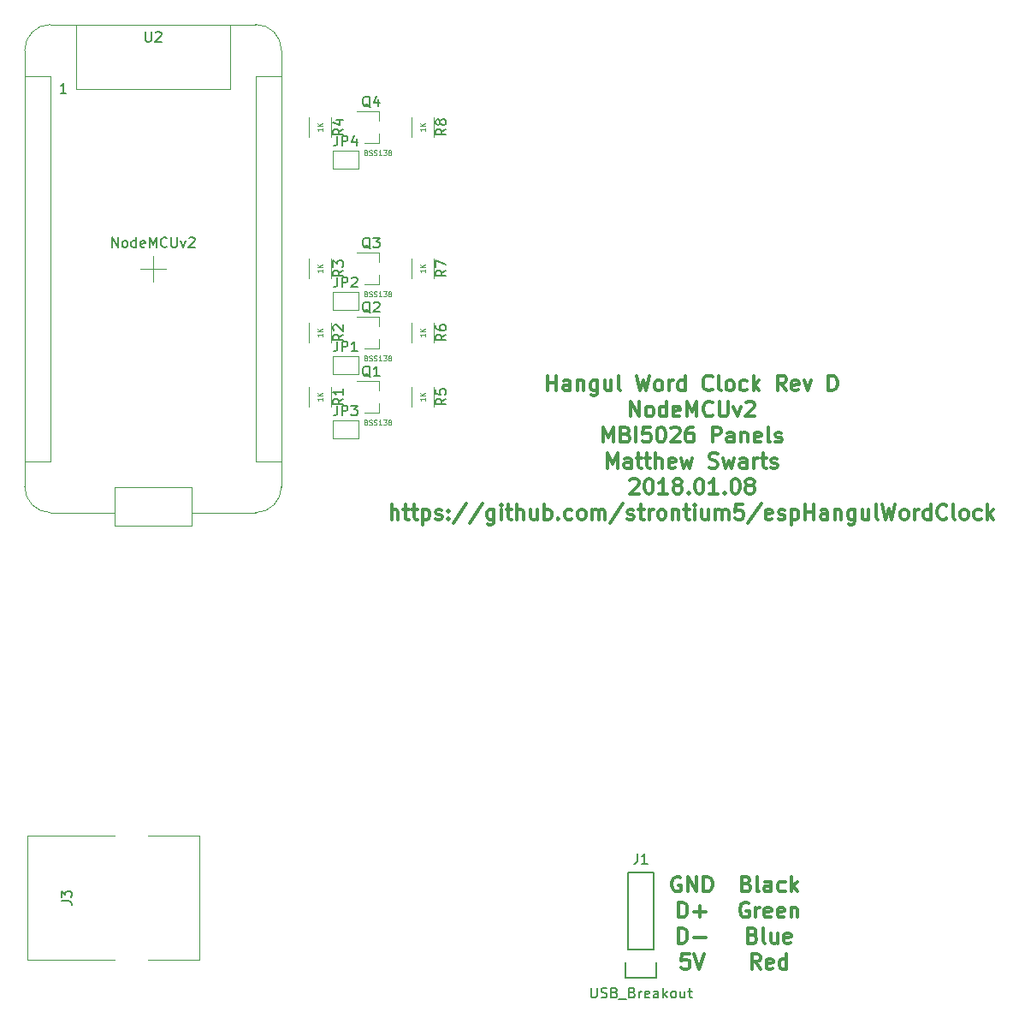
<source format=gto>
G04 #@! TF.FileFunction,Legend,Top*
%FSLAX46Y46*%
G04 Gerber Fmt 4.6, Leading zero omitted, Abs format (unit mm)*
G04 Created by KiCad (PCBNEW 4.0.4-stable) date 01/08/18 17:18:11*
%MOMM*%
%LPD*%
G01*
G04 APERTURE LIST*
%ADD10C,0.250000*%
%ADD11C,0.300000*%
%ADD12C,0.100000*%
%ADD13C,0.120000*%
%ADD14C,0.150000*%
G04 APERTURE END LIST*
D10*
D11*
X145105715Y-149737857D02*
X145320001Y-149809286D01*
X145391429Y-149880714D01*
X145462858Y-150023571D01*
X145462858Y-150237857D01*
X145391429Y-150380714D01*
X145320001Y-150452143D01*
X145177143Y-150523571D01*
X144605715Y-150523571D01*
X144605715Y-149023571D01*
X145105715Y-149023571D01*
X145248572Y-149095000D01*
X145320001Y-149166429D01*
X145391429Y-149309286D01*
X145391429Y-149452143D01*
X145320001Y-149595000D01*
X145248572Y-149666429D01*
X145105715Y-149737857D01*
X144605715Y-149737857D01*
X146320001Y-150523571D02*
X146177143Y-150452143D01*
X146105715Y-150309286D01*
X146105715Y-149023571D01*
X147534286Y-150523571D02*
X147534286Y-149737857D01*
X147462857Y-149595000D01*
X147320000Y-149523571D01*
X147034286Y-149523571D01*
X146891429Y-149595000D01*
X147534286Y-150452143D02*
X147391429Y-150523571D01*
X147034286Y-150523571D01*
X146891429Y-150452143D01*
X146820000Y-150309286D01*
X146820000Y-150166429D01*
X146891429Y-150023571D01*
X147034286Y-149952143D01*
X147391429Y-149952143D01*
X147534286Y-149880714D01*
X148891429Y-150452143D02*
X148748572Y-150523571D01*
X148462858Y-150523571D01*
X148320000Y-150452143D01*
X148248572Y-150380714D01*
X148177143Y-150237857D01*
X148177143Y-149809286D01*
X148248572Y-149666429D01*
X148320000Y-149595000D01*
X148462858Y-149523571D01*
X148748572Y-149523571D01*
X148891429Y-149595000D01*
X149534286Y-150523571D02*
X149534286Y-149023571D01*
X149677143Y-149952143D02*
X150105714Y-150523571D01*
X150105714Y-149523571D02*
X149534286Y-150095000D01*
X145284286Y-151645000D02*
X145141429Y-151573571D01*
X144927143Y-151573571D01*
X144712858Y-151645000D01*
X144570000Y-151787857D01*
X144498572Y-151930714D01*
X144427143Y-152216429D01*
X144427143Y-152430714D01*
X144498572Y-152716429D01*
X144570000Y-152859286D01*
X144712858Y-153002143D01*
X144927143Y-153073571D01*
X145070000Y-153073571D01*
X145284286Y-153002143D01*
X145355715Y-152930714D01*
X145355715Y-152430714D01*
X145070000Y-152430714D01*
X145998572Y-153073571D02*
X145998572Y-152073571D01*
X145998572Y-152359286D02*
X146070000Y-152216429D01*
X146141429Y-152145000D01*
X146284286Y-152073571D01*
X146427143Y-152073571D01*
X147498571Y-153002143D02*
X147355714Y-153073571D01*
X147070000Y-153073571D01*
X146927143Y-153002143D01*
X146855714Y-152859286D01*
X146855714Y-152287857D01*
X146927143Y-152145000D01*
X147070000Y-152073571D01*
X147355714Y-152073571D01*
X147498571Y-152145000D01*
X147570000Y-152287857D01*
X147570000Y-152430714D01*
X146855714Y-152573571D01*
X148784285Y-153002143D02*
X148641428Y-153073571D01*
X148355714Y-153073571D01*
X148212857Y-153002143D01*
X148141428Y-152859286D01*
X148141428Y-152287857D01*
X148212857Y-152145000D01*
X148355714Y-152073571D01*
X148641428Y-152073571D01*
X148784285Y-152145000D01*
X148855714Y-152287857D01*
X148855714Y-152430714D01*
X148141428Y-152573571D01*
X149498571Y-152073571D02*
X149498571Y-153073571D01*
X149498571Y-152216429D02*
X149569999Y-152145000D01*
X149712857Y-152073571D01*
X149927142Y-152073571D01*
X150069999Y-152145000D01*
X150141428Y-152287857D01*
X150141428Y-153073571D01*
X145712858Y-154837857D02*
X145927144Y-154909286D01*
X145998572Y-154980714D01*
X146070001Y-155123571D01*
X146070001Y-155337857D01*
X145998572Y-155480714D01*
X145927144Y-155552143D01*
X145784286Y-155623571D01*
X145212858Y-155623571D01*
X145212858Y-154123571D01*
X145712858Y-154123571D01*
X145855715Y-154195000D01*
X145927144Y-154266429D01*
X145998572Y-154409286D01*
X145998572Y-154552143D01*
X145927144Y-154695000D01*
X145855715Y-154766429D01*
X145712858Y-154837857D01*
X145212858Y-154837857D01*
X146927144Y-155623571D02*
X146784286Y-155552143D01*
X146712858Y-155409286D01*
X146712858Y-154123571D01*
X148141429Y-154623571D02*
X148141429Y-155623571D01*
X147498572Y-154623571D02*
X147498572Y-155409286D01*
X147570000Y-155552143D01*
X147712858Y-155623571D01*
X147927143Y-155623571D01*
X148070000Y-155552143D01*
X148141429Y-155480714D01*
X149427143Y-155552143D02*
X149284286Y-155623571D01*
X148998572Y-155623571D01*
X148855715Y-155552143D01*
X148784286Y-155409286D01*
X148784286Y-154837857D01*
X148855715Y-154695000D01*
X148998572Y-154623571D01*
X149284286Y-154623571D01*
X149427143Y-154695000D01*
X149498572Y-154837857D01*
X149498572Y-154980714D01*
X148784286Y-155123571D01*
X146462858Y-158173571D02*
X145962858Y-157459286D01*
X145605715Y-158173571D02*
X145605715Y-156673571D01*
X146177143Y-156673571D01*
X146320001Y-156745000D01*
X146391429Y-156816429D01*
X146462858Y-156959286D01*
X146462858Y-157173571D01*
X146391429Y-157316429D01*
X146320001Y-157387857D01*
X146177143Y-157459286D01*
X145605715Y-157459286D01*
X147677143Y-158102143D02*
X147534286Y-158173571D01*
X147248572Y-158173571D01*
X147105715Y-158102143D01*
X147034286Y-157959286D01*
X147034286Y-157387857D01*
X147105715Y-157245000D01*
X147248572Y-157173571D01*
X147534286Y-157173571D01*
X147677143Y-157245000D01*
X147748572Y-157387857D01*
X147748572Y-157530714D01*
X147034286Y-157673571D01*
X149034286Y-158173571D02*
X149034286Y-156673571D01*
X149034286Y-158102143D02*
X148891429Y-158173571D01*
X148605715Y-158173571D01*
X148462857Y-158102143D01*
X148391429Y-158030714D01*
X148320000Y-157887857D01*
X148320000Y-157459286D01*
X148391429Y-157316429D01*
X148462857Y-157245000D01*
X148605715Y-157173571D01*
X148891429Y-157173571D01*
X149034286Y-157245000D01*
X138557143Y-149095000D02*
X138414286Y-149023571D01*
X138200000Y-149023571D01*
X137985715Y-149095000D01*
X137842857Y-149237857D01*
X137771429Y-149380714D01*
X137700000Y-149666429D01*
X137700000Y-149880714D01*
X137771429Y-150166429D01*
X137842857Y-150309286D01*
X137985715Y-150452143D01*
X138200000Y-150523571D01*
X138342857Y-150523571D01*
X138557143Y-150452143D01*
X138628572Y-150380714D01*
X138628572Y-149880714D01*
X138342857Y-149880714D01*
X139271429Y-150523571D02*
X139271429Y-149023571D01*
X140128572Y-150523571D01*
X140128572Y-149023571D01*
X140842858Y-150523571D02*
X140842858Y-149023571D01*
X141200001Y-149023571D01*
X141414286Y-149095000D01*
X141557144Y-149237857D01*
X141628572Y-149380714D01*
X141700001Y-149666429D01*
X141700001Y-149880714D01*
X141628572Y-150166429D01*
X141557144Y-150309286D01*
X141414286Y-150452143D01*
X141200001Y-150523571D01*
X140842858Y-150523571D01*
X138378572Y-153073571D02*
X138378572Y-151573571D01*
X138735715Y-151573571D01*
X138950000Y-151645000D01*
X139092858Y-151787857D01*
X139164286Y-151930714D01*
X139235715Y-152216429D01*
X139235715Y-152430714D01*
X139164286Y-152716429D01*
X139092858Y-152859286D01*
X138950000Y-153002143D01*
X138735715Y-153073571D01*
X138378572Y-153073571D01*
X139878572Y-152502143D02*
X141021429Y-152502143D01*
X140450000Y-153073571D02*
X140450000Y-151930714D01*
X138378572Y-155623571D02*
X138378572Y-154123571D01*
X138735715Y-154123571D01*
X138950000Y-154195000D01*
X139092858Y-154337857D01*
X139164286Y-154480714D01*
X139235715Y-154766429D01*
X139235715Y-154980714D01*
X139164286Y-155266429D01*
X139092858Y-155409286D01*
X138950000Y-155552143D01*
X138735715Y-155623571D01*
X138378572Y-155623571D01*
X139878572Y-155052143D02*
X141021429Y-155052143D01*
X139414287Y-156673571D02*
X138700001Y-156673571D01*
X138628572Y-157387857D01*
X138700001Y-157316429D01*
X138842858Y-157245000D01*
X139200001Y-157245000D01*
X139342858Y-157316429D01*
X139414287Y-157387857D01*
X139485715Y-157530714D01*
X139485715Y-157887857D01*
X139414287Y-158030714D01*
X139342858Y-158102143D01*
X139200001Y-158173571D01*
X138842858Y-158173571D01*
X138700001Y-158102143D01*
X138628572Y-158030714D01*
X139914286Y-156673571D02*
X140414286Y-158173571D01*
X140914286Y-156673571D01*
X125414286Y-100983571D02*
X125414286Y-99483571D01*
X125414286Y-100197857D02*
X126271429Y-100197857D01*
X126271429Y-100983571D02*
X126271429Y-99483571D01*
X127628572Y-100983571D02*
X127628572Y-100197857D01*
X127557143Y-100055000D01*
X127414286Y-99983571D01*
X127128572Y-99983571D01*
X126985715Y-100055000D01*
X127628572Y-100912143D02*
X127485715Y-100983571D01*
X127128572Y-100983571D01*
X126985715Y-100912143D01*
X126914286Y-100769286D01*
X126914286Y-100626429D01*
X126985715Y-100483571D01*
X127128572Y-100412143D01*
X127485715Y-100412143D01*
X127628572Y-100340714D01*
X128342858Y-99983571D02*
X128342858Y-100983571D01*
X128342858Y-100126429D02*
X128414286Y-100055000D01*
X128557144Y-99983571D01*
X128771429Y-99983571D01*
X128914286Y-100055000D01*
X128985715Y-100197857D01*
X128985715Y-100983571D01*
X130342858Y-99983571D02*
X130342858Y-101197857D01*
X130271429Y-101340714D01*
X130200001Y-101412143D01*
X130057144Y-101483571D01*
X129842858Y-101483571D01*
X129700001Y-101412143D01*
X130342858Y-100912143D02*
X130200001Y-100983571D01*
X129914287Y-100983571D01*
X129771429Y-100912143D01*
X129700001Y-100840714D01*
X129628572Y-100697857D01*
X129628572Y-100269286D01*
X129700001Y-100126429D01*
X129771429Y-100055000D01*
X129914287Y-99983571D01*
X130200001Y-99983571D01*
X130342858Y-100055000D01*
X131700001Y-99983571D02*
X131700001Y-100983571D01*
X131057144Y-99983571D02*
X131057144Y-100769286D01*
X131128572Y-100912143D01*
X131271430Y-100983571D01*
X131485715Y-100983571D01*
X131628572Y-100912143D01*
X131700001Y-100840714D01*
X132628573Y-100983571D02*
X132485715Y-100912143D01*
X132414287Y-100769286D01*
X132414287Y-99483571D01*
X134200001Y-99483571D02*
X134557144Y-100983571D01*
X134842858Y-99912143D01*
X135128572Y-100983571D01*
X135485715Y-99483571D01*
X136271430Y-100983571D02*
X136128572Y-100912143D01*
X136057144Y-100840714D01*
X135985715Y-100697857D01*
X135985715Y-100269286D01*
X136057144Y-100126429D01*
X136128572Y-100055000D01*
X136271430Y-99983571D01*
X136485715Y-99983571D01*
X136628572Y-100055000D01*
X136700001Y-100126429D01*
X136771430Y-100269286D01*
X136771430Y-100697857D01*
X136700001Y-100840714D01*
X136628572Y-100912143D01*
X136485715Y-100983571D01*
X136271430Y-100983571D01*
X137414287Y-100983571D02*
X137414287Y-99983571D01*
X137414287Y-100269286D02*
X137485715Y-100126429D01*
X137557144Y-100055000D01*
X137700001Y-99983571D01*
X137842858Y-99983571D01*
X138985715Y-100983571D02*
X138985715Y-99483571D01*
X138985715Y-100912143D02*
X138842858Y-100983571D01*
X138557144Y-100983571D01*
X138414286Y-100912143D01*
X138342858Y-100840714D01*
X138271429Y-100697857D01*
X138271429Y-100269286D01*
X138342858Y-100126429D01*
X138414286Y-100055000D01*
X138557144Y-99983571D01*
X138842858Y-99983571D01*
X138985715Y-100055000D01*
X141700001Y-100840714D02*
X141628572Y-100912143D01*
X141414286Y-100983571D01*
X141271429Y-100983571D01*
X141057144Y-100912143D01*
X140914286Y-100769286D01*
X140842858Y-100626429D01*
X140771429Y-100340714D01*
X140771429Y-100126429D01*
X140842858Y-99840714D01*
X140914286Y-99697857D01*
X141057144Y-99555000D01*
X141271429Y-99483571D01*
X141414286Y-99483571D01*
X141628572Y-99555000D01*
X141700001Y-99626429D01*
X142557144Y-100983571D02*
X142414286Y-100912143D01*
X142342858Y-100769286D01*
X142342858Y-99483571D01*
X143342858Y-100983571D02*
X143200000Y-100912143D01*
X143128572Y-100840714D01*
X143057143Y-100697857D01*
X143057143Y-100269286D01*
X143128572Y-100126429D01*
X143200000Y-100055000D01*
X143342858Y-99983571D01*
X143557143Y-99983571D01*
X143700000Y-100055000D01*
X143771429Y-100126429D01*
X143842858Y-100269286D01*
X143842858Y-100697857D01*
X143771429Y-100840714D01*
X143700000Y-100912143D01*
X143557143Y-100983571D01*
X143342858Y-100983571D01*
X145128572Y-100912143D02*
X144985715Y-100983571D01*
X144700001Y-100983571D01*
X144557143Y-100912143D01*
X144485715Y-100840714D01*
X144414286Y-100697857D01*
X144414286Y-100269286D01*
X144485715Y-100126429D01*
X144557143Y-100055000D01*
X144700001Y-99983571D01*
X144985715Y-99983571D01*
X145128572Y-100055000D01*
X145771429Y-100983571D02*
X145771429Y-99483571D01*
X145914286Y-100412143D02*
X146342857Y-100983571D01*
X146342857Y-99983571D02*
X145771429Y-100555000D01*
X148985715Y-100983571D02*
X148485715Y-100269286D01*
X148128572Y-100983571D02*
X148128572Y-99483571D01*
X148700000Y-99483571D01*
X148842858Y-99555000D01*
X148914286Y-99626429D01*
X148985715Y-99769286D01*
X148985715Y-99983571D01*
X148914286Y-100126429D01*
X148842858Y-100197857D01*
X148700000Y-100269286D01*
X148128572Y-100269286D01*
X150200000Y-100912143D02*
X150057143Y-100983571D01*
X149771429Y-100983571D01*
X149628572Y-100912143D01*
X149557143Y-100769286D01*
X149557143Y-100197857D01*
X149628572Y-100055000D01*
X149771429Y-99983571D01*
X150057143Y-99983571D01*
X150200000Y-100055000D01*
X150271429Y-100197857D01*
X150271429Y-100340714D01*
X149557143Y-100483571D01*
X150771429Y-99983571D02*
X151128572Y-100983571D01*
X151485714Y-99983571D01*
X153200000Y-100983571D02*
X153200000Y-99483571D01*
X153557143Y-99483571D01*
X153771428Y-99555000D01*
X153914286Y-99697857D01*
X153985714Y-99840714D01*
X154057143Y-100126429D01*
X154057143Y-100340714D01*
X153985714Y-100626429D01*
X153914286Y-100769286D01*
X153771428Y-100912143D01*
X153557143Y-100983571D01*
X153200000Y-100983571D01*
X133592857Y-103533571D02*
X133592857Y-102033571D01*
X134450000Y-103533571D01*
X134450000Y-102033571D01*
X135378572Y-103533571D02*
X135235714Y-103462143D01*
X135164286Y-103390714D01*
X135092857Y-103247857D01*
X135092857Y-102819286D01*
X135164286Y-102676429D01*
X135235714Y-102605000D01*
X135378572Y-102533571D01*
X135592857Y-102533571D01*
X135735714Y-102605000D01*
X135807143Y-102676429D01*
X135878572Y-102819286D01*
X135878572Y-103247857D01*
X135807143Y-103390714D01*
X135735714Y-103462143D01*
X135592857Y-103533571D01*
X135378572Y-103533571D01*
X137164286Y-103533571D02*
X137164286Y-102033571D01*
X137164286Y-103462143D02*
X137021429Y-103533571D01*
X136735715Y-103533571D01*
X136592857Y-103462143D01*
X136521429Y-103390714D01*
X136450000Y-103247857D01*
X136450000Y-102819286D01*
X136521429Y-102676429D01*
X136592857Y-102605000D01*
X136735715Y-102533571D01*
X137021429Y-102533571D01*
X137164286Y-102605000D01*
X138450000Y-103462143D02*
X138307143Y-103533571D01*
X138021429Y-103533571D01*
X137878572Y-103462143D01*
X137807143Y-103319286D01*
X137807143Y-102747857D01*
X137878572Y-102605000D01*
X138021429Y-102533571D01*
X138307143Y-102533571D01*
X138450000Y-102605000D01*
X138521429Y-102747857D01*
X138521429Y-102890714D01*
X137807143Y-103033571D01*
X139164286Y-103533571D02*
X139164286Y-102033571D01*
X139664286Y-103105000D01*
X140164286Y-102033571D01*
X140164286Y-103533571D01*
X141735715Y-103390714D02*
X141664286Y-103462143D01*
X141450000Y-103533571D01*
X141307143Y-103533571D01*
X141092858Y-103462143D01*
X140950000Y-103319286D01*
X140878572Y-103176429D01*
X140807143Y-102890714D01*
X140807143Y-102676429D01*
X140878572Y-102390714D01*
X140950000Y-102247857D01*
X141092858Y-102105000D01*
X141307143Y-102033571D01*
X141450000Y-102033571D01*
X141664286Y-102105000D01*
X141735715Y-102176429D01*
X142378572Y-102033571D02*
X142378572Y-103247857D01*
X142450000Y-103390714D01*
X142521429Y-103462143D01*
X142664286Y-103533571D01*
X142950000Y-103533571D01*
X143092858Y-103462143D01*
X143164286Y-103390714D01*
X143235715Y-103247857D01*
X143235715Y-102033571D01*
X143807144Y-102533571D02*
X144164287Y-103533571D01*
X144521429Y-102533571D01*
X145021429Y-102176429D02*
X145092858Y-102105000D01*
X145235715Y-102033571D01*
X145592858Y-102033571D01*
X145735715Y-102105000D01*
X145807144Y-102176429D01*
X145878572Y-102319286D01*
X145878572Y-102462143D01*
X145807144Y-102676429D01*
X144950001Y-103533571D01*
X145878572Y-103533571D01*
X130914287Y-106083571D02*
X130914287Y-104583571D01*
X131414287Y-105655000D01*
X131914287Y-104583571D01*
X131914287Y-106083571D01*
X133128573Y-105297857D02*
X133342859Y-105369286D01*
X133414287Y-105440714D01*
X133485716Y-105583571D01*
X133485716Y-105797857D01*
X133414287Y-105940714D01*
X133342859Y-106012143D01*
X133200001Y-106083571D01*
X132628573Y-106083571D01*
X132628573Y-104583571D01*
X133128573Y-104583571D01*
X133271430Y-104655000D01*
X133342859Y-104726429D01*
X133414287Y-104869286D01*
X133414287Y-105012143D01*
X133342859Y-105155000D01*
X133271430Y-105226429D01*
X133128573Y-105297857D01*
X132628573Y-105297857D01*
X134128573Y-106083571D02*
X134128573Y-104583571D01*
X135557145Y-104583571D02*
X134842859Y-104583571D01*
X134771430Y-105297857D01*
X134842859Y-105226429D01*
X134985716Y-105155000D01*
X135342859Y-105155000D01*
X135485716Y-105226429D01*
X135557145Y-105297857D01*
X135628573Y-105440714D01*
X135628573Y-105797857D01*
X135557145Y-105940714D01*
X135485716Y-106012143D01*
X135342859Y-106083571D01*
X134985716Y-106083571D01*
X134842859Y-106012143D01*
X134771430Y-105940714D01*
X136557144Y-104583571D02*
X136700001Y-104583571D01*
X136842858Y-104655000D01*
X136914287Y-104726429D01*
X136985716Y-104869286D01*
X137057144Y-105155000D01*
X137057144Y-105512143D01*
X136985716Y-105797857D01*
X136914287Y-105940714D01*
X136842858Y-106012143D01*
X136700001Y-106083571D01*
X136557144Y-106083571D01*
X136414287Y-106012143D01*
X136342858Y-105940714D01*
X136271430Y-105797857D01*
X136200001Y-105512143D01*
X136200001Y-105155000D01*
X136271430Y-104869286D01*
X136342858Y-104726429D01*
X136414287Y-104655000D01*
X136557144Y-104583571D01*
X137628572Y-104726429D02*
X137700001Y-104655000D01*
X137842858Y-104583571D01*
X138200001Y-104583571D01*
X138342858Y-104655000D01*
X138414287Y-104726429D01*
X138485715Y-104869286D01*
X138485715Y-105012143D01*
X138414287Y-105226429D01*
X137557144Y-106083571D01*
X138485715Y-106083571D01*
X139771429Y-104583571D02*
X139485715Y-104583571D01*
X139342858Y-104655000D01*
X139271429Y-104726429D01*
X139128572Y-104940714D01*
X139057143Y-105226429D01*
X139057143Y-105797857D01*
X139128572Y-105940714D01*
X139200000Y-106012143D01*
X139342858Y-106083571D01*
X139628572Y-106083571D01*
X139771429Y-106012143D01*
X139842858Y-105940714D01*
X139914286Y-105797857D01*
X139914286Y-105440714D01*
X139842858Y-105297857D01*
X139771429Y-105226429D01*
X139628572Y-105155000D01*
X139342858Y-105155000D01*
X139200000Y-105226429D01*
X139128572Y-105297857D01*
X139057143Y-105440714D01*
X141700000Y-106083571D02*
X141700000Y-104583571D01*
X142271428Y-104583571D01*
X142414286Y-104655000D01*
X142485714Y-104726429D01*
X142557143Y-104869286D01*
X142557143Y-105083571D01*
X142485714Y-105226429D01*
X142414286Y-105297857D01*
X142271428Y-105369286D01*
X141700000Y-105369286D01*
X143842857Y-106083571D02*
X143842857Y-105297857D01*
X143771428Y-105155000D01*
X143628571Y-105083571D01*
X143342857Y-105083571D01*
X143200000Y-105155000D01*
X143842857Y-106012143D02*
X143700000Y-106083571D01*
X143342857Y-106083571D01*
X143200000Y-106012143D01*
X143128571Y-105869286D01*
X143128571Y-105726429D01*
X143200000Y-105583571D01*
X143342857Y-105512143D01*
X143700000Y-105512143D01*
X143842857Y-105440714D01*
X144557143Y-105083571D02*
X144557143Y-106083571D01*
X144557143Y-105226429D02*
X144628571Y-105155000D01*
X144771429Y-105083571D01*
X144985714Y-105083571D01*
X145128571Y-105155000D01*
X145200000Y-105297857D01*
X145200000Y-106083571D01*
X146485714Y-106012143D02*
X146342857Y-106083571D01*
X146057143Y-106083571D01*
X145914286Y-106012143D01*
X145842857Y-105869286D01*
X145842857Y-105297857D01*
X145914286Y-105155000D01*
X146057143Y-105083571D01*
X146342857Y-105083571D01*
X146485714Y-105155000D01*
X146557143Y-105297857D01*
X146557143Y-105440714D01*
X145842857Y-105583571D01*
X147414286Y-106083571D02*
X147271428Y-106012143D01*
X147200000Y-105869286D01*
X147200000Y-104583571D01*
X147914285Y-106012143D02*
X148057142Y-106083571D01*
X148342857Y-106083571D01*
X148485714Y-106012143D01*
X148557142Y-105869286D01*
X148557142Y-105797857D01*
X148485714Y-105655000D01*
X148342857Y-105583571D01*
X148128571Y-105583571D01*
X147985714Y-105512143D01*
X147914285Y-105369286D01*
X147914285Y-105297857D01*
X147985714Y-105155000D01*
X148128571Y-105083571D01*
X148342857Y-105083571D01*
X148485714Y-105155000D01*
X131307143Y-108633571D02*
X131307143Y-107133571D01*
X131807143Y-108205000D01*
X132307143Y-107133571D01*
X132307143Y-108633571D01*
X133664286Y-108633571D02*
X133664286Y-107847857D01*
X133592857Y-107705000D01*
X133450000Y-107633571D01*
X133164286Y-107633571D01*
X133021429Y-107705000D01*
X133664286Y-108562143D02*
X133521429Y-108633571D01*
X133164286Y-108633571D01*
X133021429Y-108562143D01*
X132950000Y-108419286D01*
X132950000Y-108276429D01*
X133021429Y-108133571D01*
X133164286Y-108062143D01*
X133521429Y-108062143D01*
X133664286Y-107990714D01*
X134164286Y-107633571D02*
X134735715Y-107633571D01*
X134378572Y-107133571D02*
X134378572Y-108419286D01*
X134450000Y-108562143D01*
X134592858Y-108633571D01*
X134735715Y-108633571D01*
X135021429Y-107633571D02*
X135592858Y-107633571D01*
X135235715Y-107133571D02*
X135235715Y-108419286D01*
X135307143Y-108562143D01*
X135450001Y-108633571D01*
X135592858Y-108633571D01*
X136092858Y-108633571D02*
X136092858Y-107133571D01*
X136735715Y-108633571D02*
X136735715Y-107847857D01*
X136664286Y-107705000D01*
X136521429Y-107633571D01*
X136307144Y-107633571D01*
X136164286Y-107705000D01*
X136092858Y-107776429D01*
X138021429Y-108562143D02*
X137878572Y-108633571D01*
X137592858Y-108633571D01*
X137450001Y-108562143D01*
X137378572Y-108419286D01*
X137378572Y-107847857D01*
X137450001Y-107705000D01*
X137592858Y-107633571D01*
X137878572Y-107633571D01*
X138021429Y-107705000D01*
X138092858Y-107847857D01*
X138092858Y-107990714D01*
X137378572Y-108133571D01*
X138592858Y-107633571D02*
X138878572Y-108633571D01*
X139164286Y-107919286D01*
X139450001Y-108633571D01*
X139735715Y-107633571D01*
X141378572Y-108562143D02*
X141592858Y-108633571D01*
X141950001Y-108633571D01*
X142092858Y-108562143D01*
X142164287Y-108490714D01*
X142235715Y-108347857D01*
X142235715Y-108205000D01*
X142164287Y-108062143D01*
X142092858Y-107990714D01*
X141950001Y-107919286D01*
X141664287Y-107847857D01*
X141521429Y-107776429D01*
X141450001Y-107705000D01*
X141378572Y-107562143D01*
X141378572Y-107419286D01*
X141450001Y-107276429D01*
X141521429Y-107205000D01*
X141664287Y-107133571D01*
X142021429Y-107133571D01*
X142235715Y-107205000D01*
X142735715Y-107633571D02*
X143021429Y-108633571D01*
X143307143Y-107919286D01*
X143592858Y-108633571D01*
X143878572Y-107633571D01*
X145092858Y-108633571D02*
X145092858Y-107847857D01*
X145021429Y-107705000D01*
X144878572Y-107633571D01*
X144592858Y-107633571D01*
X144450001Y-107705000D01*
X145092858Y-108562143D02*
X144950001Y-108633571D01*
X144592858Y-108633571D01*
X144450001Y-108562143D01*
X144378572Y-108419286D01*
X144378572Y-108276429D01*
X144450001Y-108133571D01*
X144592858Y-108062143D01*
X144950001Y-108062143D01*
X145092858Y-107990714D01*
X145807144Y-108633571D02*
X145807144Y-107633571D01*
X145807144Y-107919286D02*
X145878572Y-107776429D01*
X145950001Y-107705000D01*
X146092858Y-107633571D01*
X146235715Y-107633571D01*
X146521429Y-107633571D02*
X147092858Y-107633571D01*
X146735715Y-107133571D02*
X146735715Y-108419286D01*
X146807143Y-108562143D01*
X146950001Y-108633571D01*
X147092858Y-108633571D01*
X147521429Y-108562143D02*
X147664286Y-108633571D01*
X147950001Y-108633571D01*
X148092858Y-108562143D01*
X148164286Y-108419286D01*
X148164286Y-108347857D01*
X148092858Y-108205000D01*
X147950001Y-108133571D01*
X147735715Y-108133571D01*
X147592858Y-108062143D01*
X147521429Y-107919286D01*
X147521429Y-107847857D01*
X147592858Y-107705000D01*
X147735715Y-107633571D01*
X147950001Y-107633571D01*
X148092858Y-107705000D01*
X133557144Y-109826429D02*
X133628573Y-109755000D01*
X133771430Y-109683571D01*
X134128573Y-109683571D01*
X134271430Y-109755000D01*
X134342859Y-109826429D01*
X134414287Y-109969286D01*
X134414287Y-110112143D01*
X134342859Y-110326429D01*
X133485716Y-111183571D01*
X134414287Y-111183571D01*
X135342858Y-109683571D02*
X135485715Y-109683571D01*
X135628572Y-109755000D01*
X135700001Y-109826429D01*
X135771430Y-109969286D01*
X135842858Y-110255000D01*
X135842858Y-110612143D01*
X135771430Y-110897857D01*
X135700001Y-111040714D01*
X135628572Y-111112143D01*
X135485715Y-111183571D01*
X135342858Y-111183571D01*
X135200001Y-111112143D01*
X135128572Y-111040714D01*
X135057144Y-110897857D01*
X134985715Y-110612143D01*
X134985715Y-110255000D01*
X135057144Y-109969286D01*
X135128572Y-109826429D01*
X135200001Y-109755000D01*
X135342858Y-109683571D01*
X137271429Y-111183571D02*
X136414286Y-111183571D01*
X136842858Y-111183571D02*
X136842858Y-109683571D01*
X136700001Y-109897857D01*
X136557143Y-110040714D01*
X136414286Y-110112143D01*
X138128572Y-110326429D02*
X137985714Y-110255000D01*
X137914286Y-110183571D01*
X137842857Y-110040714D01*
X137842857Y-109969286D01*
X137914286Y-109826429D01*
X137985714Y-109755000D01*
X138128572Y-109683571D01*
X138414286Y-109683571D01*
X138557143Y-109755000D01*
X138628572Y-109826429D01*
X138700000Y-109969286D01*
X138700000Y-110040714D01*
X138628572Y-110183571D01*
X138557143Y-110255000D01*
X138414286Y-110326429D01*
X138128572Y-110326429D01*
X137985714Y-110397857D01*
X137914286Y-110469286D01*
X137842857Y-110612143D01*
X137842857Y-110897857D01*
X137914286Y-111040714D01*
X137985714Y-111112143D01*
X138128572Y-111183571D01*
X138414286Y-111183571D01*
X138557143Y-111112143D01*
X138628572Y-111040714D01*
X138700000Y-110897857D01*
X138700000Y-110612143D01*
X138628572Y-110469286D01*
X138557143Y-110397857D01*
X138414286Y-110326429D01*
X139342857Y-111040714D02*
X139414285Y-111112143D01*
X139342857Y-111183571D01*
X139271428Y-111112143D01*
X139342857Y-111040714D01*
X139342857Y-111183571D01*
X140342857Y-109683571D02*
X140485714Y-109683571D01*
X140628571Y-109755000D01*
X140700000Y-109826429D01*
X140771429Y-109969286D01*
X140842857Y-110255000D01*
X140842857Y-110612143D01*
X140771429Y-110897857D01*
X140700000Y-111040714D01*
X140628571Y-111112143D01*
X140485714Y-111183571D01*
X140342857Y-111183571D01*
X140200000Y-111112143D01*
X140128571Y-111040714D01*
X140057143Y-110897857D01*
X139985714Y-110612143D01*
X139985714Y-110255000D01*
X140057143Y-109969286D01*
X140128571Y-109826429D01*
X140200000Y-109755000D01*
X140342857Y-109683571D01*
X142271428Y-111183571D02*
X141414285Y-111183571D01*
X141842857Y-111183571D02*
X141842857Y-109683571D01*
X141700000Y-109897857D01*
X141557142Y-110040714D01*
X141414285Y-110112143D01*
X142914285Y-111040714D02*
X142985713Y-111112143D01*
X142914285Y-111183571D01*
X142842856Y-111112143D01*
X142914285Y-111040714D01*
X142914285Y-111183571D01*
X143914285Y-109683571D02*
X144057142Y-109683571D01*
X144199999Y-109755000D01*
X144271428Y-109826429D01*
X144342857Y-109969286D01*
X144414285Y-110255000D01*
X144414285Y-110612143D01*
X144342857Y-110897857D01*
X144271428Y-111040714D01*
X144199999Y-111112143D01*
X144057142Y-111183571D01*
X143914285Y-111183571D01*
X143771428Y-111112143D01*
X143699999Y-111040714D01*
X143628571Y-110897857D01*
X143557142Y-110612143D01*
X143557142Y-110255000D01*
X143628571Y-109969286D01*
X143699999Y-109826429D01*
X143771428Y-109755000D01*
X143914285Y-109683571D01*
X145271428Y-110326429D02*
X145128570Y-110255000D01*
X145057142Y-110183571D01*
X144985713Y-110040714D01*
X144985713Y-109969286D01*
X145057142Y-109826429D01*
X145128570Y-109755000D01*
X145271428Y-109683571D01*
X145557142Y-109683571D01*
X145699999Y-109755000D01*
X145771428Y-109826429D01*
X145842856Y-109969286D01*
X145842856Y-110040714D01*
X145771428Y-110183571D01*
X145699999Y-110255000D01*
X145557142Y-110326429D01*
X145271428Y-110326429D01*
X145128570Y-110397857D01*
X145057142Y-110469286D01*
X144985713Y-110612143D01*
X144985713Y-110897857D01*
X145057142Y-111040714D01*
X145128570Y-111112143D01*
X145271428Y-111183571D01*
X145557142Y-111183571D01*
X145699999Y-111112143D01*
X145771428Y-111040714D01*
X145842856Y-110897857D01*
X145842856Y-110612143D01*
X145771428Y-110469286D01*
X145699999Y-110397857D01*
X145557142Y-110326429D01*
X109949998Y-113733571D02*
X109949998Y-112233571D01*
X110592855Y-113733571D02*
X110592855Y-112947857D01*
X110521426Y-112805000D01*
X110378569Y-112733571D01*
X110164284Y-112733571D01*
X110021426Y-112805000D01*
X109949998Y-112876429D01*
X111092855Y-112733571D02*
X111664284Y-112733571D01*
X111307141Y-112233571D02*
X111307141Y-113519286D01*
X111378569Y-113662143D01*
X111521427Y-113733571D01*
X111664284Y-113733571D01*
X111949998Y-112733571D02*
X112521427Y-112733571D01*
X112164284Y-112233571D02*
X112164284Y-113519286D01*
X112235712Y-113662143D01*
X112378570Y-113733571D01*
X112521427Y-113733571D01*
X113021427Y-112733571D02*
X113021427Y-114233571D01*
X113021427Y-112805000D02*
X113164284Y-112733571D01*
X113449998Y-112733571D01*
X113592855Y-112805000D01*
X113664284Y-112876429D01*
X113735713Y-113019286D01*
X113735713Y-113447857D01*
X113664284Y-113590714D01*
X113592855Y-113662143D01*
X113449998Y-113733571D01*
X113164284Y-113733571D01*
X113021427Y-113662143D01*
X114307141Y-113662143D02*
X114449998Y-113733571D01*
X114735713Y-113733571D01*
X114878570Y-113662143D01*
X114949998Y-113519286D01*
X114949998Y-113447857D01*
X114878570Y-113305000D01*
X114735713Y-113233571D01*
X114521427Y-113233571D01*
X114378570Y-113162143D01*
X114307141Y-113019286D01*
X114307141Y-112947857D01*
X114378570Y-112805000D01*
X114521427Y-112733571D01*
X114735713Y-112733571D01*
X114878570Y-112805000D01*
X115592856Y-113590714D02*
X115664284Y-113662143D01*
X115592856Y-113733571D01*
X115521427Y-113662143D01*
X115592856Y-113590714D01*
X115592856Y-113733571D01*
X115592856Y-112805000D02*
X115664284Y-112876429D01*
X115592856Y-112947857D01*
X115521427Y-112876429D01*
X115592856Y-112805000D01*
X115592856Y-112947857D01*
X117378570Y-112162143D02*
X116092856Y-114090714D01*
X118949999Y-112162143D02*
X117664285Y-114090714D01*
X120092857Y-112733571D02*
X120092857Y-113947857D01*
X120021428Y-114090714D01*
X119950000Y-114162143D01*
X119807143Y-114233571D01*
X119592857Y-114233571D01*
X119450000Y-114162143D01*
X120092857Y-113662143D02*
X119950000Y-113733571D01*
X119664286Y-113733571D01*
X119521428Y-113662143D01*
X119450000Y-113590714D01*
X119378571Y-113447857D01*
X119378571Y-113019286D01*
X119450000Y-112876429D01*
X119521428Y-112805000D01*
X119664286Y-112733571D01*
X119950000Y-112733571D01*
X120092857Y-112805000D01*
X120807143Y-113733571D02*
X120807143Y-112733571D01*
X120807143Y-112233571D02*
X120735714Y-112305000D01*
X120807143Y-112376429D01*
X120878571Y-112305000D01*
X120807143Y-112233571D01*
X120807143Y-112376429D01*
X121307143Y-112733571D02*
X121878572Y-112733571D01*
X121521429Y-112233571D02*
X121521429Y-113519286D01*
X121592857Y-113662143D01*
X121735715Y-113733571D01*
X121878572Y-113733571D01*
X122378572Y-113733571D02*
X122378572Y-112233571D01*
X123021429Y-113733571D02*
X123021429Y-112947857D01*
X122950000Y-112805000D01*
X122807143Y-112733571D01*
X122592858Y-112733571D01*
X122450000Y-112805000D01*
X122378572Y-112876429D01*
X124378572Y-112733571D02*
X124378572Y-113733571D01*
X123735715Y-112733571D02*
X123735715Y-113519286D01*
X123807143Y-113662143D01*
X123950001Y-113733571D01*
X124164286Y-113733571D01*
X124307143Y-113662143D01*
X124378572Y-113590714D01*
X125092858Y-113733571D02*
X125092858Y-112233571D01*
X125092858Y-112805000D02*
X125235715Y-112733571D01*
X125521429Y-112733571D01*
X125664286Y-112805000D01*
X125735715Y-112876429D01*
X125807144Y-113019286D01*
X125807144Y-113447857D01*
X125735715Y-113590714D01*
X125664286Y-113662143D01*
X125521429Y-113733571D01*
X125235715Y-113733571D01*
X125092858Y-113662143D01*
X126450001Y-113590714D02*
X126521429Y-113662143D01*
X126450001Y-113733571D01*
X126378572Y-113662143D01*
X126450001Y-113590714D01*
X126450001Y-113733571D01*
X127807144Y-113662143D02*
X127664287Y-113733571D01*
X127378573Y-113733571D01*
X127235715Y-113662143D01*
X127164287Y-113590714D01*
X127092858Y-113447857D01*
X127092858Y-113019286D01*
X127164287Y-112876429D01*
X127235715Y-112805000D01*
X127378573Y-112733571D01*
X127664287Y-112733571D01*
X127807144Y-112805000D01*
X128664287Y-113733571D02*
X128521429Y-113662143D01*
X128450001Y-113590714D01*
X128378572Y-113447857D01*
X128378572Y-113019286D01*
X128450001Y-112876429D01*
X128521429Y-112805000D01*
X128664287Y-112733571D01*
X128878572Y-112733571D01*
X129021429Y-112805000D01*
X129092858Y-112876429D01*
X129164287Y-113019286D01*
X129164287Y-113447857D01*
X129092858Y-113590714D01*
X129021429Y-113662143D01*
X128878572Y-113733571D01*
X128664287Y-113733571D01*
X129807144Y-113733571D02*
X129807144Y-112733571D01*
X129807144Y-112876429D02*
X129878572Y-112805000D01*
X130021430Y-112733571D01*
X130235715Y-112733571D01*
X130378572Y-112805000D01*
X130450001Y-112947857D01*
X130450001Y-113733571D01*
X130450001Y-112947857D02*
X130521430Y-112805000D01*
X130664287Y-112733571D01*
X130878572Y-112733571D01*
X131021430Y-112805000D01*
X131092858Y-112947857D01*
X131092858Y-113733571D01*
X132878572Y-112162143D02*
X131592858Y-114090714D01*
X133307144Y-113662143D02*
X133450001Y-113733571D01*
X133735716Y-113733571D01*
X133878573Y-113662143D01*
X133950001Y-113519286D01*
X133950001Y-113447857D01*
X133878573Y-113305000D01*
X133735716Y-113233571D01*
X133521430Y-113233571D01*
X133378573Y-113162143D01*
X133307144Y-113019286D01*
X133307144Y-112947857D01*
X133378573Y-112805000D01*
X133521430Y-112733571D01*
X133735716Y-112733571D01*
X133878573Y-112805000D01*
X134378573Y-112733571D02*
X134950002Y-112733571D01*
X134592859Y-112233571D02*
X134592859Y-113519286D01*
X134664287Y-113662143D01*
X134807145Y-113733571D01*
X134950002Y-113733571D01*
X135450002Y-113733571D02*
X135450002Y-112733571D01*
X135450002Y-113019286D02*
X135521430Y-112876429D01*
X135592859Y-112805000D01*
X135735716Y-112733571D01*
X135878573Y-112733571D01*
X136592859Y-113733571D02*
X136450001Y-113662143D01*
X136378573Y-113590714D01*
X136307144Y-113447857D01*
X136307144Y-113019286D01*
X136378573Y-112876429D01*
X136450001Y-112805000D01*
X136592859Y-112733571D01*
X136807144Y-112733571D01*
X136950001Y-112805000D01*
X137021430Y-112876429D01*
X137092859Y-113019286D01*
X137092859Y-113447857D01*
X137021430Y-113590714D01*
X136950001Y-113662143D01*
X136807144Y-113733571D01*
X136592859Y-113733571D01*
X137735716Y-112733571D02*
X137735716Y-113733571D01*
X137735716Y-112876429D02*
X137807144Y-112805000D01*
X137950002Y-112733571D01*
X138164287Y-112733571D01*
X138307144Y-112805000D01*
X138378573Y-112947857D01*
X138378573Y-113733571D01*
X138878573Y-112733571D02*
X139450002Y-112733571D01*
X139092859Y-112233571D02*
X139092859Y-113519286D01*
X139164287Y-113662143D01*
X139307145Y-113733571D01*
X139450002Y-113733571D01*
X139950002Y-113733571D02*
X139950002Y-112733571D01*
X139950002Y-112233571D02*
X139878573Y-112305000D01*
X139950002Y-112376429D01*
X140021430Y-112305000D01*
X139950002Y-112233571D01*
X139950002Y-112376429D01*
X141307145Y-112733571D02*
X141307145Y-113733571D01*
X140664288Y-112733571D02*
X140664288Y-113519286D01*
X140735716Y-113662143D01*
X140878574Y-113733571D01*
X141092859Y-113733571D01*
X141235716Y-113662143D01*
X141307145Y-113590714D01*
X142021431Y-113733571D02*
X142021431Y-112733571D01*
X142021431Y-112876429D02*
X142092859Y-112805000D01*
X142235717Y-112733571D01*
X142450002Y-112733571D01*
X142592859Y-112805000D01*
X142664288Y-112947857D01*
X142664288Y-113733571D01*
X142664288Y-112947857D02*
X142735717Y-112805000D01*
X142878574Y-112733571D01*
X143092859Y-112733571D01*
X143235717Y-112805000D01*
X143307145Y-112947857D01*
X143307145Y-113733571D01*
X144735717Y-112233571D02*
X144021431Y-112233571D01*
X143950002Y-112947857D01*
X144021431Y-112876429D01*
X144164288Y-112805000D01*
X144521431Y-112805000D01*
X144664288Y-112876429D01*
X144735717Y-112947857D01*
X144807145Y-113090714D01*
X144807145Y-113447857D01*
X144735717Y-113590714D01*
X144664288Y-113662143D01*
X144521431Y-113733571D01*
X144164288Y-113733571D01*
X144021431Y-113662143D01*
X143950002Y-113590714D01*
X146521430Y-112162143D02*
X145235716Y-114090714D01*
X147592859Y-113662143D02*
X147450002Y-113733571D01*
X147164288Y-113733571D01*
X147021431Y-113662143D01*
X146950002Y-113519286D01*
X146950002Y-112947857D01*
X147021431Y-112805000D01*
X147164288Y-112733571D01*
X147450002Y-112733571D01*
X147592859Y-112805000D01*
X147664288Y-112947857D01*
X147664288Y-113090714D01*
X146950002Y-113233571D01*
X148235716Y-113662143D02*
X148378573Y-113733571D01*
X148664288Y-113733571D01*
X148807145Y-113662143D01*
X148878573Y-113519286D01*
X148878573Y-113447857D01*
X148807145Y-113305000D01*
X148664288Y-113233571D01*
X148450002Y-113233571D01*
X148307145Y-113162143D01*
X148235716Y-113019286D01*
X148235716Y-112947857D01*
X148307145Y-112805000D01*
X148450002Y-112733571D01*
X148664288Y-112733571D01*
X148807145Y-112805000D01*
X149521431Y-112733571D02*
X149521431Y-114233571D01*
X149521431Y-112805000D02*
X149664288Y-112733571D01*
X149950002Y-112733571D01*
X150092859Y-112805000D01*
X150164288Y-112876429D01*
X150235717Y-113019286D01*
X150235717Y-113447857D01*
X150164288Y-113590714D01*
X150092859Y-113662143D01*
X149950002Y-113733571D01*
X149664288Y-113733571D01*
X149521431Y-113662143D01*
X150878574Y-113733571D02*
X150878574Y-112233571D01*
X150878574Y-112947857D02*
X151735717Y-112947857D01*
X151735717Y-113733571D02*
X151735717Y-112233571D01*
X153092860Y-113733571D02*
X153092860Y-112947857D01*
X153021431Y-112805000D01*
X152878574Y-112733571D01*
X152592860Y-112733571D01*
X152450003Y-112805000D01*
X153092860Y-113662143D02*
X152950003Y-113733571D01*
X152592860Y-113733571D01*
X152450003Y-113662143D01*
X152378574Y-113519286D01*
X152378574Y-113376429D01*
X152450003Y-113233571D01*
X152592860Y-113162143D01*
X152950003Y-113162143D01*
X153092860Y-113090714D01*
X153807146Y-112733571D02*
X153807146Y-113733571D01*
X153807146Y-112876429D02*
X153878574Y-112805000D01*
X154021432Y-112733571D01*
X154235717Y-112733571D01*
X154378574Y-112805000D01*
X154450003Y-112947857D01*
X154450003Y-113733571D01*
X155807146Y-112733571D02*
X155807146Y-113947857D01*
X155735717Y-114090714D01*
X155664289Y-114162143D01*
X155521432Y-114233571D01*
X155307146Y-114233571D01*
X155164289Y-114162143D01*
X155807146Y-113662143D02*
X155664289Y-113733571D01*
X155378575Y-113733571D01*
X155235717Y-113662143D01*
X155164289Y-113590714D01*
X155092860Y-113447857D01*
X155092860Y-113019286D01*
X155164289Y-112876429D01*
X155235717Y-112805000D01*
X155378575Y-112733571D01*
X155664289Y-112733571D01*
X155807146Y-112805000D01*
X157164289Y-112733571D02*
X157164289Y-113733571D01*
X156521432Y-112733571D02*
X156521432Y-113519286D01*
X156592860Y-113662143D01*
X156735718Y-113733571D01*
X156950003Y-113733571D01*
X157092860Y-113662143D01*
X157164289Y-113590714D01*
X158092861Y-113733571D02*
X157950003Y-113662143D01*
X157878575Y-113519286D01*
X157878575Y-112233571D01*
X158521432Y-112233571D02*
X158878575Y-113733571D01*
X159164289Y-112662143D01*
X159450003Y-113733571D01*
X159807146Y-112233571D01*
X160592861Y-113733571D02*
X160450003Y-113662143D01*
X160378575Y-113590714D01*
X160307146Y-113447857D01*
X160307146Y-113019286D01*
X160378575Y-112876429D01*
X160450003Y-112805000D01*
X160592861Y-112733571D01*
X160807146Y-112733571D01*
X160950003Y-112805000D01*
X161021432Y-112876429D01*
X161092861Y-113019286D01*
X161092861Y-113447857D01*
X161021432Y-113590714D01*
X160950003Y-113662143D01*
X160807146Y-113733571D01*
X160592861Y-113733571D01*
X161735718Y-113733571D02*
X161735718Y-112733571D01*
X161735718Y-113019286D02*
X161807146Y-112876429D01*
X161878575Y-112805000D01*
X162021432Y-112733571D01*
X162164289Y-112733571D01*
X163307146Y-113733571D02*
X163307146Y-112233571D01*
X163307146Y-113662143D02*
X163164289Y-113733571D01*
X162878575Y-113733571D01*
X162735717Y-113662143D01*
X162664289Y-113590714D01*
X162592860Y-113447857D01*
X162592860Y-113019286D01*
X162664289Y-112876429D01*
X162735717Y-112805000D01*
X162878575Y-112733571D01*
X163164289Y-112733571D01*
X163307146Y-112805000D01*
X164878575Y-113590714D02*
X164807146Y-113662143D01*
X164592860Y-113733571D01*
X164450003Y-113733571D01*
X164235718Y-113662143D01*
X164092860Y-113519286D01*
X164021432Y-113376429D01*
X163950003Y-113090714D01*
X163950003Y-112876429D01*
X164021432Y-112590714D01*
X164092860Y-112447857D01*
X164235718Y-112305000D01*
X164450003Y-112233571D01*
X164592860Y-112233571D01*
X164807146Y-112305000D01*
X164878575Y-112376429D01*
X165735718Y-113733571D02*
X165592860Y-113662143D01*
X165521432Y-113519286D01*
X165521432Y-112233571D01*
X166521432Y-113733571D02*
X166378574Y-113662143D01*
X166307146Y-113590714D01*
X166235717Y-113447857D01*
X166235717Y-113019286D01*
X166307146Y-112876429D01*
X166378574Y-112805000D01*
X166521432Y-112733571D01*
X166735717Y-112733571D01*
X166878574Y-112805000D01*
X166950003Y-112876429D01*
X167021432Y-113019286D01*
X167021432Y-113447857D01*
X166950003Y-113590714D01*
X166878574Y-113662143D01*
X166735717Y-113733571D01*
X166521432Y-113733571D01*
X168307146Y-113662143D02*
X168164289Y-113733571D01*
X167878575Y-113733571D01*
X167735717Y-113662143D01*
X167664289Y-113590714D01*
X167592860Y-113447857D01*
X167592860Y-113019286D01*
X167664289Y-112876429D01*
X167735717Y-112805000D01*
X167878575Y-112733571D01*
X168164289Y-112733571D01*
X168307146Y-112805000D01*
X168950003Y-113733571D02*
X168950003Y-112233571D01*
X169092860Y-113162143D02*
X169521431Y-113733571D01*
X169521431Y-112733571D02*
X168950003Y-113305000D01*
D12*
X85090000Y-88900000D02*
X87630000Y-88900000D01*
X86360000Y-87630000D02*
X86360000Y-90170000D01*
X78740000Y-64770000D02*
X78740000Y-71120000D01*
X78740000Y-71120000D02*
X93980000Y-71120000D01*
X93980000Y-71120000D02*
X93980000Y-64770000D01*
X90170000Y-113030000D02*
X96520000Y-113030000D01*
X76200000Y-113030000D02*
X82550000Y-113030000D01*
X82550000Y-110490000D02*
X82550000Y-114300000D01*
X82550000Y-114300000D02*
X90170000Y-114300000D01*
X90170000Y-114300000D02*
X90170000Y-110490000D01*
X90170000Y-110490000D02*
X82550000Y-110490000D01*
X99060000Y-69850000D02*
X96520000Y-69850000D01*
X96520000Y-69850000D02*
X96520000Y-107950000D01*
X96520000Y-107950000D02*
X99060000Y-107950000D01*
X73660000Y-69850000D02*
X76200000Y-69850000D01*
X76200000Y-69850000D02*
X76200000Y-107950000D01*
X76200000Y-107950000D02*
X73660000Y-107950000D01*
X96520000Y-64770000D02*
X76200000Y-64770000D01*
X99060000Y-110490000D02*
X99060000Y-67310000D01*
X73660000Y-67310000D02*
X73660000Y-110490000D01*
X99060000Y-67310000D02*
G75*
G03X96520000Y-64770000I-2540000J0D01*
G01*
X76200000Y-64770000D02*
G75*
G03X73660000Y-67310000I0J-2540000D01*
G01*
X96520000Y-113030000D02*
G75*
G03X99060000Y-110490000I0J2540000D01*
G01*
X73660000Y-110490000D02*
G75*
G03X76200000Y-113030000I2540000J0D01*
G01*
D13*
X108710000Y-103180000D02*
X108710000Y-102250000D01*
X108710000Y-100020000D02*
X108710000Y-100950000D01*
X108710000Y-100020000D02*
X106550000Y-100020000D01*
X108710000Y-103180000D02*
X107250000Y-103180000D01*
X108710000Y-96830000D02*
X108710000Y-95900000D01*
X108710000Y-93670000D02*
X108710000Y-94600000D01*
X108710000Y-93670000D02*
X106550000Y-93670000D01*
X108710000Y-96830000D02*
X107250000Y-96830000D01*
X108710000Y-90480000D02*
X108710000Y-89550000D01*
X108710000Y-87320000D02*
X108710000Y-88250000D01*
X108710000Y-87320000D02*
X106550000Y-87320000D01*
X108710000Y-90480000D02*
X107250000Y-90480000D01*
X108710000Y-76510000D02*
X108710000Y-75580000D01*
X108710000Y-73350000D02*
X108710000Y-74280000D01*
X108710000Y-73350000D02*
X106550000Y-73350000D01*
X108710000Y-76510000D02*
X107250000Y-76510000D01*
X101800000Y-102600000D02*
X101800000Y-100600000D01*
X103940000Y-100600000D02*
X103940000Y-102600000D01*
X101800000Y-96250000D02*
X101800000Y-94250000D01*
X103940000Y-94250000D02*
X103940000Y-96250000D01*
X101800000Y-89900000D02*
X101800000Y-87900000D01*
X103940000Y-87900000D02*
X103940000Y-89900000D01*
X101800000Y-75930000D02*
X101800000Y-73930000D01*
X103940000Y-73930000D02*
X103940000Y-75930000D01*
X111960000Y-102600000D02*
X111960000Y-100600000D01*
X114100000Y-100600000D02*
X114100000Y-102600000D01*
X111960000Y-96250000D02*
X111960000Y-94250000D01*
X114100000Y-94250000D02*
X114100000Y-96250000D01*
X111960000Y-89900000D02*
X111960000Y-87900000D01*
X114100000Y-87900000D02*
X114100000Y-89900000D01*
X111960000Y-75930000D02*
X111960000Y-73930000D01*
X114100000Y-73930000D02*
X114100000Y-75930000D01*
X104140000Y-99315000D02*
X106680000Y-99315000D01*
X106680000Y-97535000D02*
X104140000Y-97535000D01*
X106680000Y-97535000D02*
X106680000Y-99315000D01*
X104140000Y-99315000D02*
X104140000Y-97535000D01*
X104140000Y-92965000D02*
X106680000Y-92965000D01*
X106680000Y-91185000D02*
X104140000Y-91185000D01*
X106680000Y-91185000D02*
X106680000Y-92965000D01*
X104140000Y-92965000D02*
X104140000Y-91185000D01*
X104140000Y-105665000D02*
X106680000Y-105665000D01*
X106680000Y-103885000D02*
X104140000Y-103885000D01*
X106680000Y-103885000D02*
X106680000Y-105665000D01*
X104140000Y-105665000D02*
X104140000Y-103885000D01*
X104140000Y-78995000D02*
X106680000Y-78995000D01*
X106680000Y-77215000D02*
X104140000Y-77215000D01*
X106680000Y-77215000D02*
X106680000Y-78995000D01*
X104140000Y-78995000D02*
X104140000Y-77215000D01*
X82550000Y-145030000D02*
X73910000Y-145030000D01*
X90930000Y-145030000D02*
X85850000Y-145030000D01*
X82550000Y-157230000D02*
X73910000Y-157230000D01*
X90930000Y-157230000D02*
X85850000Y-157230000D01*
X73910000Y-157230000D02*
X73910000Y-145030000D01*
X90930000Y-145030000D02*
X90930000Y-157230000D01*
D14*
X135890000Y-156210000D02*
X135890000Y-148590000D01*
X133350000Y-156210000D02*
X133350000Y-148590000D01*
X133070000Y-159030000D02*
X133070000Y-157480000D01*
X135890000Y-148590000D02*
X133350000Y-148590000D01*
X133350000Y-156210000D02*
X135890000Y-156210000D01*
X136170000Y-157480000D02*
X136170000Y-159030000D01*
X136170000Y-159030000D02*
X133070000Y-159030000D01*
X85598095Y-65492381D02*
X85598095Y-66301905D01*
X85645714Y-66397143D01*
X85693333Y-66444762D01*
X85788571Y-66492381D01*
X85979048Y-66492381D01*
X86074286Y-66444762D01*
X86121905Y-66397143D01*
X86169524Y-66301905D01*
X86169524Y-65492381D01*
X86598095Y-65587619D02*
X86645714Y-65540000D01*
X86740952Y-65492381D01*
X86979048Y-65492381D01*
X87074286Y-65540000D01*
X87121905Y-65587619D01*
X87169524Y-65682857D01*
X87169524Y-65778095D01*
X87121905Y-65920952D01*
X86550476Y-66492381D01*
X87169524Y-66492381D01*
X82288571Y-86812381D02*
X82288571Y-85812381D01*
X82860000Y-86812381D01*
X82860000Y-85812381D01*
X83479047Y-86812381D02*
X83383809Y-86764762D01*
X83336190Y-86717143D01*
X83288571Y-86621905D01*
X83288571Y-86336190D01*
X83336190Y-86240952D01*
X83383809Y-86193333D01*
X83479047Y-86145714D01*
X83621905Y-86145714D01*
X83717143Y-86193333D01*
X83764762Y-86240952D01*
X83812381Y-86336190D01*
X83812381Y-86621905D01*
X83764762Y-86717143D01*
X83717143Y-86764762D01*
X83621905Y-86812381D01*
X83479047Y-86812381D01*
X84669524Y-86812381D02*
X84669524Y-85812381D01*
X84669524Y-86764762D02*
X84574286Y-86812381D01*
X84383809Y-86812381D01*
X84288571Y-86764762D01*
X84240952Y-86717143D01*
X84193333Y-86621905D01*
X84193333Y-86336190D01*
X84240952Y-86240952D01*
X84288571Y-86193333D01*
X84383809Y-86145714D01*
X84574286Y-86145714D01*
X84669524Y-86193333D01*
X85526667Y-86764762D02*
X85431429Y-86812381D01*
X85240952Y-86812381D01*
X85145714Y-86764762D01*
X85098095Y-86669524D01*
X85098095Y-86288571D01*
X85145714Y-86193333D01*
X85240952Y-86145714D01*
X85431429Y-86145714D01*
X85526667Y-86193333D01*
X85574286Y-86288571D01*
X85574286Y-86383810D01*
X85098095Y-86479048D01*
X86002857Y-86812381D02*
X86002857Y-85812381D01*
X86336191Y-86526667D01*
X86669524Y-85812381D01*
X86669524Y-86812381D01*
X87717143Y-86717143D02*
X87669524Y-86764762D01*
X87526667Y-86812381D01*
X87431429Y-86812381D01*
X87288571Y-86764762D01*
X87193333Y-86669524D01*
X87145714Y-86574286D01*
X87098095Y-86383810D01*
X87098095Y-86240952D01*
X87145714Y-86050476D01*
X87193333Y-85955238D01*
X87288571Y-85860000D01*
X87431429Y-85812381D01*
X87526667Y-85812381D01*
X87669524Y-85860000D01*
X87717143Y-85907619D01*
X88145714Y-85812381D02*
X88145714Y-86621905D01*
X88193333Y-86717143D01*
X88240952Y-86764762D01*
X88336190Y-86812381D01*
X88526667Y-86812381D01*
X88621905Y-86764762D01*
X88669524Y-86717143D01*
X88717143Y-86621905D01*
X88717143Y-85812381D01*
X89098095Y-86145714D02*
X89336190Y-86812381D01*
X89574286Y-86145714D01*
X89907619Y-85907619D02*
X89955238Y-85860000D01*
X90050476Y-85812381D01*
X90288572Y-85812381D01*
X90383810Y-85860000D01*
X90431429Y-85907619D01*
X90479048Y-86002857D01*
X90479048Y-86098095D01*
X90431429Y-86240952D01*
X89860000Y-86812381D01*
X90479048Y-86812381D01*
X77755715Y-71572381D02*
X77184286Y-71572381D01*
X77470000Y-71572381D02*
X77470000Y-70572381D01*
X77374762Y-70715238D01*
X77279524Y-70810476D01*
X77184286Y-70858095D01*
X107854762Y-99647619D02*
X107759524Y-99600000D01*
X107664286Y-99504762D01*
X107521429Y-99361905D01*
X107426190Y-99314286D01*
X107330952Y-99314286D01*
X107378571Y-99552381D02*
X107283333Y-99504762D01*
X107188095Y-99409524D01*
X107140476Y-99219048D01*
X107140476Y-98885714D01*
X107188095Y-98695238D01*
X107283333Y-98600000D01*
X107378571Y-98552381D01*
X107569048Y-98552381D01*
X107664286Y-98600000D01*
X107759524Y-98695238D01*
X107807143Y-98885714D01*
X107807143Y-99219048D01*
X107759524Y-99409524D01*
X107664286Y-99504762D01*
X107569048Y-99552381D01*
X107378571Y-99552381D01*
X108759524Y-99552381D02*
X108188095Y-99552381D01*
X108473809Y-99552381D02*
X108473809Y-98552381D01*
X108378571Y-98695238D01*
X108283333Y-98790476D01*
X108188095Y-98838095D01*
D12*
X107430239Y-104104286D02*
X107501668Y-104128095D01*
X107525477Y-104151905D01*
X107549287Y-104199524D01*
X107549287Y-104270952D01*
X107525477Y-104318571D01*
X107501668Y-104342381D01*
X107454049Y-104366190D01*
X107263573Y-104366190D01*
X107263573Y-103866190D01*
X107430239Y-103866190D01*
X107477858Y-103890000D01*
X107501668Y-103913810D01*
X107525477Y-103961429D01*
X107525477Y-104009048D01*
X107501668Y-104056667D01*
X107477858Y-104080476D01*
X107430239Y-104104286D01*
X107263573Y-104104286D01*
X107739763Y-104342381D02*
X107811192Y-104366190D01*
X107930239Y-104366190D01*
X107977858Y-104342381D01*
X108001668Y-104318571D01*
X108025477Y-104270952D01*
X108025477Y-104223333D01*
X108001668Y-104175714D01*
X107977858Y-104151905D01*
X107930239Y-104128095D01*
X107835001Y-104104286D01*
X107787382Y-104080476D01*
X107763573Y-104056667D01*
X107739763Y-104009048D01*
X107739763Y-103961429D01*
X107763573Y-103913810D01*
X107787382Y-103890000D01*
X107835001Y-103866190D01*
X107954049Y-103866190D01*
X108025477Y-103890000D01*
X108215953Y-104342381D02*
X108287382Y-104366190D01*
X108406429Y-104366190D01*
X108454048Y-104342381D01*
X108477858Y-104318571D01*
X108501667Y-104270952D01*
X108501667Y-104223333D01*
X108477858Y-104175714D01*
X108454048Y-104151905D01*
X108406429Y-104128095D01*
X108311191Y-104104286D01*
X108263572Y-104080476D01*
X108239763Y-104056667D01*
X108215953Y-104009048D01*
X108215953Y-103961429D01*
X108239763Y-103913810D01*
X108263572Y-103890000D01*
X108311191Y-103866190D01*
X108430239Y-103866190D01*
X108501667Y-103890000D01*
X108977857Y-104366190D02*
X108692143Y-104366190D01*
X108835000Y-104366190D02*
X108835000Y-103866190D01*
X108787381Y-103937619D01*
X108739762Y-103985238D01*
X108692143Y-104009048D01*
X109144524Y-103866190D02*
X109454047Y-103866190D01*
X109287381Y-104056667D01*
X109358809Y-104056667D01*
X109406428Y-104080476D01*
X109430238Y-104104286D01*
X109454047Y-104151905D01*
X109454047Y-104270952D01*
X109430238Y-104318571D01*
X109406428Y-104342381D01*
X109358809Y-104366190D01*
X109215952Y-104366190D01*
X109168333Y-104342381D01*
X109144524Y-104318571D01*
X109739761Y-104080476D02*
X109692142Y-104056667D01*
X109668333Y-104032857D01*
X109644523Y-103985238D01*
X109644523Y-103961429D01*
X109668333Y-103913810D01*
X109692142Y-103890000D01*
X109739761Y-103866190D01*
X109834999Y-103866190D01*
X109882618Y-103890000D01*
X109906428Y-103913810D01*
X109930237Y-103961429D01*
X109930237Y-103985238D01*
X109906428Y-104032857D01*
X109882618Y-104056667D01*
X109834999Y-104080476D01*
X109739761Y-104080476D01*
X109692142Y-104104286D01*
X109668333Y-104128095D01*
X109644523Y-104175714D01*
X109644523Y-104270952D01*
X109668333Y-104318571D01*
X109692142Y-104342381D01*
X109739761Y-104366190D01*
X109834999Y-104366190D01*
X109882618Y-104342381D01*
X109906428Y-104318571D01*
X109930237Y-104270952D01*
X109930237Y-104175714D01*
X109906428Y-104128095D01*
X109882618Y-104104286D01*
X109834999Y-104080476D01*
D14*
X107854762Y-93297619D02*
X107759524Y-93250000D01*
X107664286Y-93154762D01*
X107521429Y-93011905D01*
X107426190Y-92964286D01*
X107330952Y-92964286D01*
X107378571Y-93202381D02*
X107283333Y-93154762D01*
X107188095Y-93059524D01*
X107140476Y-92869048D01*
X107140476Y-92535714D01*
X107188095Y-92345238D01*
X107283333Y-92250000D01*
X107378571Y-92202381D01*
X107569048Y-92202381D01*
X107664286Y-92250000D01*
X107759524Y-92345238D01*
X107807143Y-92535714D01*
X107807143Y-92869048D01*
X107759524Y-93059524D01*
X107664286Y-93154762D01*
X107569048Y-93202381D01*
X107378571Y-93202381D01*
X108188095Y-92297619D02*
X108235714Y-92250000D01*
X108330952Y-92202381D01*
X108569048Y-92202381D01*
X108664286Y-92250000D01*
X108711905Y-92297619D01*
X108759524Y-92392857D01*
X108759524Y-92488095D01*
X108711905Y-92630952D01*
X108140476Y-93202381D01*
X108759524Y-93202381D01*
D12*
X107430239Y-97754286D02*
X107501668Y-97778095D01*
X107525477Y-97801905D01*
X107549287Y-97849524D01*
X107549287Y-97920952D01*
X107525477Y-97968571D01*
X107501668Y-97992381D01*
X107454049Y-98016190D01*
X107263573Y-98016190D01*
X107263573Y-97516190D01*
X107430239Y-97516190D01*
X107477858Y-97540000D01*
X107501668Y-97563810D01*
X107525477Y-97611429D01*
X107525477Y-97659048D01*
X107501668Y-97706667D01*
X107477858Y-97730476D01*
X107430239Y-97754286D01*
X107263573Y-97754286D01*
X107739763Y-97992381D02*
X107811192Y-98016190D01*
X107930239Y-98016190D01*
X107977858Y-97992381D01*
X108001668Y-97968571D01*
X108025477Y-97920952D01*
X108025477Y-97873333D01*
X108001668Y-97825714D01*
X107977858Y-97801905D01*
X107930239Y-97778095D01*
X107835001Y-97754286D01*
X107787382Y-97730476D01*
X107763573Y-97706667D01*
X107739763Y-97659048D01*
X107739763Y-97611429D01*
X107763573Y-97563810D01*
X107787382Y-97540000D01*
X107835001Y-97516190D01*
X107954049Y-97516190D01*
X108025477Y-97540000D01*
X108215953Y-97992381D02*
X108287382Y-98016190D01*
X108406429Y-98016190D01*
X108454048Y-97992381D01*
X108477858Y-97968571D01*
X108501667Y-97920952D01*
X108501667Y-97873333D01*
X108477858Y-97825714D01*
X108454048Y-97801905D01*
X108406429Y-97778095D01*
X108311191Y-97754286D01*
X108263572Y-97730476D01*
X108239763Y-97706667D01*
X108215953Y-97659048D01*
X108215953Y-97611429D01*
X108239763Y-97563810D01*
X108263572Y-97540000D01*
X108311191Y-97516190D01*
X108430239Y-97516190D01*
X108501667Y-97540000D01*
X108977857Y-98016190D02*
X108692143Y-98016190D01*
X108835000Y-98016190D02*
X108835000Y-97516190D01*
X108787381Y-97587619D01*
X108739762Y-97635238D01*
X108692143Y-97659048D01*
X109144524Y-97516190D02*
X109454047Y-97516190D01*
X109287381Y-97706667D01*
X109358809Y-97706667D01*
X109406428Y-97730476D01*
X109430238Y-97754286D01*
X109454047Y-97801905D01*
X109454047Y-97920952D01*
X109430238Y-97968571D01*
X109406428Y-97992381D01*
X109358809Y-98016190D01*
X109215952Y-98016190D01*
X109168333Y-97992381D01*
X109144524Y-97968571D01*
X109739761Y-97730476D02*
X109692142Y-97706667D01*
X109668333Y-97682857D01*
X109644523Y-97635238D01*
X109644523Y-97611429D01*
X109668333Y-97563810D01*
X109692142Y-97540000D01*
X109739761Y-97516190D01*
X109834999Y-97516190D01*
X109882618Y-97540000D01*
X109906428Y-97563810D01*
X109930237Y-97611429D01*
X109930237Y-97635238D01*
X109906428Y-97682857D01*
X109882618Y-97706667D01*
X109834999Y-97730476D01*
X109739761Y-97730476D01*
X109692142Y-97754286D01*
X109668333Y-97778095D01*
X109644523Y-97825714D01*
X109644523Y-97920952D01*
X109668333Y-97968571D01*
X109692142Y-97992381D01*
X109739761Y-98016190D01*
X109834999Y-98016190D01*
X109882618Y-97992381D01*
X109906428Y-97968571D01*
X109930237Y-97920952D01*
X109930237Y-97825714D01*
X109906428Y-97778095D01*
X109882618Y-97754286D01*
X109834999Y-97730476D01*
D14*
X107854762Y-86947619D02*
X107759524Y-86900000D01*
X107664286Y-86804762D01*
X107521429Y-86661905D01*
X107426190Y-86614286D01*
X107330952Y-86614286D01*
X107378571Y-86852381D02*
X107283333Y-86804762D01*
X107188095Y-86709524D01*
X107140476Y-86519048D01*
X107140476Y-86185714D01*
X107188095Y-85995238D01*
X107283333Y-85900000D01*
X107378571Y-85852381D01*
X107569048Y-85852381D01*
X107664286Y-85900000D01*
X107759524Y-85995238D01*
X107807143Y-86185714D01*
X107807143Y-86519048D01*
X107759524Y-86709524D01*
X107664286Y-86804762D01*
X107569048Y-86852381D01*
X107378571Y-86852381D01*
X108140476Y-85852381D02*
X108759524Y-85852381D01*
X108426190Y-86233333D01*
X108569048Y-86233333D01*
X108664286Y-86280952D01*
X108711905Y-86328571D01*
X108759524Y-86423810D01*
X108759524Y-86661905D01*
X108711905Y-86757143D01*
X108664286Y-86804762D01*
X108569048Y-86852381D01*
X108283333Y-86852381D01*
X108188095Y-86804762D01*
X108140476Y-86757143D01*
D12*
X107430239Y-91404286D02*
X107501668Y-91428095D01*
X107525477Y-91451905D01*
X107549287Y-91499524D01*
X107549287Y-91570952D01*
X107525477Y-91618571D01*
X107501668Y-91642381D01*
X107454049Y-91666190D01*
X107263573Y-91666190D01*
X107263573Y-91166190D01*
X107430239Y-91166190D01*
X107477858Y-91190000D01*
X107501668Y-91213810D01*
X107525477Y-91261429D01*
X107525477Y-91309048D01*
X107501668Y-91356667D01*
X107477858Y-91380476D01*
X107430239Y-91404286D01*
X107263573Y-91404286D01*
X107739763Y-91642381D02*
X107811192Y-91666190D01*
X107930239Y-91666190D01*
X107977858Y-91642381D01*
X108001668Y-91618571D01*
X108025477Y-91570952D01*
X108025477Y-91523333D01*
X108001668Y-91475714D01*
X107977858Y-91451905D01*
X107930239Y-91428095D01*
X107835001Y-91404286D01*
X107787382Y-91380476D01*
X107763573Y-91356667D01*
X107739763Y-91309048D01*
X107739763Y-91261429D01*
X107763573Y-91213810D01*
X107787382Y-91190000D01*
X107835001Y-91166190D01*
X107954049Y-91166190D01*
X108025477Y-91190000D01*
X108215953Y-91642381D02*
X108287382Y-91666190D01*
X108406429Y-91666190D01*
X108454048Y-91642381D01*
X108477858Y-91618571D01*
X108501667Y-91570952D01*
X108501667Y-91523333D01*
X108477858Y-91475714D01*
X108454048Y-91451905D01*
X108406429Y-91428095D01*
X108311191Y-91404286D01*
X108263572Y-91380476D01*
X108239763Y-91356667D01*
X108215953Y-91309048D01*
X108215953Y-91261429D01*
X108239763Y-91213810D01*
X108263572Y-91190000D01*
X108311191Y-91166190D01*
X108430239Y-91166190D01*
X108501667Y-91190000D01*
X108977857Y-91666190D02*
X108692143Y-91666190D01*
X108835000Y-91666190D02*
X108835000Y-91166190D01*
X108787381Y-91237619D01*
X108739762Y-91285238D01*
X108692143Y-91309048D01*
X109144524Y-91166190D02*
X109454047Y-91166190D01*
X109287381Y-91356667D01*
X109358809Y-91356667D01*
X109406428Y-91380476D01*
X109430238Y-91404286D01*
X109454047Y-91451905D01*
X109454047Y-91570952D01*
X109430238Y-91618571D01*
X109406428Y-91642381D01*
X109358809Y-91666190D01*
X109215952Y-91666190D01*
X109168333Y-91642381D01*
X109144524Y-91618571D01*
X109739761Y-91380476D02*
X109692142Y-91356667D01*
X109668333Y-91332857D01*
X109644523Y-91285238D01*
X109644523Y-91261429D01*
X109668333Y-91213810D01*
X109692142Y-91190000D01*
X109739761Y-91166190D01*
X109834999Y-91166190D01*
X109882618Y-91190000D01*
X109906428Y-91213810D01*
X109930237Y-91261429D01*
X109930237Y-91285238D01*
X109906428Y-91332857D01*
X109882618Y-91356667D01*
X109834999Y-91380476D01*
X109739761Y-91380476D01*
X109692142Y-91404286D01*
X109668333Y-91428095D01*
X109644523Y-91475714D01*
X109644523Y-91570952D01*
X109668333Y-91618571D01*
X109692142Y-91642381D01*
X109739761Y-91666190D01*
X109834999Y-91666190D01*
X109882618Y-91642381D01*
X109906428Y-91618571D01*
X109930237Y-91570952D01*
X109930237Y-91475714D01*
X109906428Y-91428095D01*
X109882618Y-91404286D01*
X109834999Y-91380476D01*
D14*
X107854762Y-72977619D02*
X107759524Y-72930000D01*
X107664286Y-72834762D01*
X107521429Y-72691905D01*
X107426190Y-72644286D01*
X107330952Y-72644286D01*
X107378571Y-72882381D02*
X107283333Y-72834762D01*
X107188095Y-72739524D01*
X107140476Y-72549048D01*
X107140476Y-72215714D01*
X107188095Y-72025238D01*
X107283333Y-71930000D01*
X107378571Y-71882381D01*
X107569048Y-71882381D01*
X107664286Y-71930000D01*
X107759524Y-72025238D01*
X107807143Y-72215714D01*
X107807143Y-72549048D01*
X107759524Y-72739524D01*
X107664286Y-72834762D01*
X107569048Y-72882381D01*
X107378571Y-72882381D01*
X108664286Y-72215714D02*
X108664286Y-72882381D01*
X108426190Y-71834762D02*
X108188095Y-72549048D01*
X108807143Y-72549048D01*
D12*
X107430239Y-77434286D02*
X107501668Y-77458095D01*
X107525477Y-77481905D01*
X107549287Y-77529524D01*
X107549287Y-77600952D01*
X107525477Y-77648571D01*
X107501668Y-77672381D01*
X107454049Y-77696190D01*
X107263573Y-77696190D01*
X107263573Y-77196190D01*
X107430239Y-77196190D01*
X107477858Y-77220000D01*
X107501668Y-77243810D01*
X107525477Y-77291429D01*
X107525477Y-77339048D01*
X107501668Y-77386667D01*
X107477858Y-77410476D01*
X107430239Y-77434286D01*
X107263573Y-77434286D01*
X107739763Y-77672381D02*
X107811192Y-77696190D01*
X107930239Y-77696190D01*
X107977858Y-77672381D01*
X108001668Y-77648571D01*
X108025477Y-77600952D01*
X108025477Y-77553333D01*
X108001668Y-77505714D01*
X107977858Y-77481905D01*
X107930239Y-77458095D01*
X107835001Y-77434286D01*
X107787382Y-77410476D01*
X107763573Y-77386667D01*
X107739763Y-77339048D01*
X107739763Y-77291429D01*
X107763573Y-77243810D01*
X107787382Y-77220000D01*
X107835001Y-77196190D01*
X107954049Y-77196190D01*
X108025477Y-77220000D01*
X108215953Y-77672381D02*
X108287382Y-77696190D01*
X108406429Y-77696190D01*
X108454048Y-77672381D01*
X108477858Y-77648571D01*
X108501667Y-77600952D01*
X108501667Y-77553333D01*
X108477858Y-77505714D01*
X108454048Y-77481905D01*
X108406429Y-77458095D01*
X108311191Y-77434286D01*
X108263572Y-77410476D01*
X108239763Y-77386667D01*
X108215953Y-77339048D01*
X108215953Y-77291429D01*
X108239763Y-77243810D01*
X108263572Y-77220000D01*
X108311191Y-77196190D01*
X108430239Y-77196190D01*
X108501667Y-77220000D01*
X108977857Y-77696190D02*
X108692143Y-77696190D01*
X108835000Y-77696190D02*
X108835000Y-77196190D01*
X108787381Y-77267619D01*
X108739762Y-77315238D01*
X108692143Y-77339048D01*
X109144524Y-77196190D02*
X109454047Y-77196190D01*
X109287381Y-77386667D01*
X109358809Y-77386667D01*
X109406428Y-77410476D01*
X109430238Y-77434286D01*
X109454047Y-77481905D01*
X109454047Y-77600952D01*
X109430238Y-77648571D01*
X109406428Y-77672381D01*
X109358809Y-77696190D01*
X109215952Y-77696190D01*
X109168333Y-77672381D01*
X109144524Y-77648571D01*
X109739761Y-77410476D02*
X109692142Y-77386667D01*
X109668333Y-77362857D01*
X109644523Y-77315238D01*
X109644523Y-77291429D01*
X109668333Y-77243810D01*
X109692142Y-77220000D01*
X109739761Y-77196190D01*
X109834999Y-77196190D01*
X109882618Y-77220000D01*
X109906428Y-77243810D01*
X109930237Y-77291429D01*
X109930237Y-77315238D01*
X109906428Y-77362857D01*
X109882618Y-77386667D01*
X109834999Y-77410476D01*
X109739761Y-77410476D01*
X109692142Y-77434286D01*
X109668333Y-77458095D01*
X109644523Y-77505714D01*
X109644523Y-77600952D01*
X109668333Y-77648571D01*
X109692142Y-77672381D01*
X109739761Y-77696190D01*
X109834999Y-77696190D01*
X109882618Y-77672381D01*
X109906428Y-77648571D01*
X109930237Y-77600952D01*
X109930237Y-77505714D01*
X109906428Y-77458095D01*
X109882618Y-77434286D01*
X109834999Y-77410476D01*
D14*
X105172381Y-101766666D02*
X104696190Y-102100000D01*
X105172381Y-102338095D02*
X104172381Y-102338095D01*
X104172381Y-101957142D01*
X104220000Y-101861904D01*
X104267619Y-101814285D01*
X104362857Y-101766666D01*
X104505714Y-101766666D01*
X104600952Y-101814285D01*
X104648571Y-101861904D01*
X104696190Y-101957142D01*
X104696190Y-102338095D01*
X105172381Y-100814285D02*
X105172381Y-101385714D01*
X105172381Y-101100000D02*
X104172381Y-101100000D01*
X104315238Y-101195238D01*
X104410476Y-101290476D01*
X104458095Y-101385714D01*
D12*
X103096190Y-101707143D02*
X103096190Y-101992857D01*
X103096190Y-101850000D02*
X102596190Y-101850000D01*
X102667619Y-101897619D01*
X102715238Y-101945238D01*
X102739048Y-101992857D01*
X103096190Y-101492857D02*
X102596190Y-101492857D01*
X103096190Y-101207143D02*
X102810476Y-101421429D01*
X102596190Y-101207143D02*
X102881905Y-101492857D01*
D14*
X105172381Y-95416666D02*
X104696190Y-95750000D01*
X105172381Y-95988095D02*
X104172381Y-95988095D01*
X104172381Y-95607142D01*
X104220000Y-95511904D01*
X104267619Y-95464285D01*
X104362857Y-95416666D01*
X104505714Y-95416666D01*
X104600952Y-95464285D01*
X104648571Y-95511904D01*
X104696190Y-95607142D01*
X104696190Y-95988095D01*
X104267619Y-95035714D02*
X104220000Y-94988095D01*
X104172381Y-94892857D01*
X104172381Y-94654761D01*
X104220000Y-94559523D01*
X104267619Y-94511904D01*
X104362857Y-94464285D01*
X104458095Y-94464285D01*
X104600952Y-94511904D01*
X105172381Y-95083333D01*
X105172381Y-94464285D01*
D12*
X103096190Y-95357143D02*
X103096190Y-95642857D01*
X103096190Y-95500000D02*
X102596190Y-95500000D01*
X102667619Y-95547619D01*
X102715238Y-95595238D01*
X102739048Y-95642857D01*
X103096190Y-95142857D02*
X102596190Y-95142857D01*
X103096190Y-94857143D02*
X102810476Y-95071429D01*
X102596190Y-94857143D02*
X102881905Y-95142857D01*
D14*
X105172381Y-89066666D02*
X104696190Y-89400000D01*
X105172381Y-89638095D02*
X104172381Y-89638095D01*
X104172381Y-89257142D01*
X104220000Y-89161904D01*
X104267619Y-89114285D01*
X104362857Y-89066666D01*
X104505714Y-89066666D01*
X104600952Y-89114285D01*
X104648571Y-89161904D01*
X104696190Y-89257142D01*
X104696190Y-89638095D01*
X104172381Y-88733333D02*
X104172381Y-88114285D01*
X104553333Y-88447619D01*
X104553333Y-88304761D01*
X104600952Y-88209523D01*
X104648571Y-88161904D01*
X104743810Y-88114285D01*
X104981905Y-88114285D01*
X105077143Y-88161904D01*
X105124762Y-88209523D01*
X105172381Y-88304761D01*
X105172381Y-88590476D01*
X105124762Y-88685714D01*
X105077143Y-88733333D01*
D12*
X103096190Y-89007143D02*
X103096190Y-89292857D01*
X103096190Y-89150000D02*
X102596190Y-89150000D01*
X102667619Y-89197619D01*
X102715238Y-89245238D01*
X102739048Y-89292857D01*
X103096190Y-88792857D02*
X102596190Y-88792857D01*
X103096190Y-88507143D02*
X102810476Y-88721429D01*
X102596190Y-88507143D02*
X102881905Y-88792857D01*
D14*
X105172381Y-75096666D02*
X104696190Y-75430000D01*
X105172381Y-75668095D02*
X104172381Y-75668095D01*
X104172381Y-75287142D01*
X104220000Y-75191904D01*
X104267619Y-75144285D01*
X104362857Y-75096666D01*
X104505714Y-75096666D01*
X104600952Y-75144285D01*
X104648571Y-75191904D01*
X104696190Y-75287142D01*
X104696190Y-75668095D01*
X104505714Y-74239523D02*
X105172381Y-74239523D01*
X104124762Y-74477619D02*
X104839048Y-74715714D01*
X104839048Y-74096666D01*
D12*
X103096190Y-75037143D02*
X103096190Y-75322857D01*
X103096190Y-75180000D02*
X102596190Y-75180000D01*
X102667619Y-75227619D01*
X102715238Y-75275238D01*
X102739048Y-75322857D01*
X103096190Y-74822857D02*
X102596190Y-74822857D01*
X103096190Y-74537143D02*
X102810476Y-74751429D01*
X102596190Y-74537143D02*
X102881905Y-74822857D01*
D14*
X115332381Y-101766666D02*
X114856190Y-102100000D01*
X115332381Y-102338095D02*
X114332381Y-102338095D01*
X114332381Y-101957142D01*
X114380000Y-101861904D01*
X114427619Y-101814285D01*
X114522857Y-101766666D01*
X114665714Y-101766666D01*
X114760952Y-101814285D01*
X114808571Y-101861904D01*
X114856190Y-101957142D01*
X114856190Y-102338095D01*
X114332381Y-100861904D02*
X114332381Y-101338095D01*
X114808571Y-101385714D01*
X114760952Y-101338095D01*
X114713333Y-101242857D01*
X114713333Y-101004761D01*
X114760952Y-100909523D01*
X114808571Y-100861904D01*
X114903810Y-100814285D01*
X115141905Y-100814285D01*
X115237143Y-100861904D01*
X115284762Y-100909523D01*
X115332381Y-101004761D01*
X115332381Y-101242857D01*
X115284762Y-101338095D01*
X115237143Y-101385714D01*
D12*
X113256190Y-101707143D02*
X113256190Y-101992857D01*
X113256190Y-101850000D02*
X112756190Y-101850000D01*
X112827619Y-101897619D01*
X112875238Y-101945238D01*
X112899048Y-101992857D01*
X113256190Y-101492857D02*
X112756190Y-101492857D01*
X113256190Y-101207143D02*
X112970476Y-101421429D01*
X112756190Y-101207143D02*
X113041905Y-101492857D01*
D14*
X115332381Y-95416666D02*
X114856190Y-95750000D01*
X115332381Y-95988095D02*
X114332381Y-95988095D01*
X114332381Y-95607142D01*
X114380000Y-95511904D01*
X114427619Y-95464285D01*
X114522857Y-95416666D01*
X114665714Y-95416666D01*
X114760952Y-95464285D01*
X114808571Y-95511904D01*
X114856190Y-95607142D01*
X114856190Y-95988095D01*
X114332381Y-94559523D02*
X114332381Y-94750000D01*
X114380000Y-94845238D01*
X114427619Y-94892857D01*
X114570476Y-94988095D01*
X114760952Y-95035714D01*
X115141905Y-95035714D01*
X115237143Y-94988095D01*
X115284762Y-94940476D01*
X115332381Y-94845238D01*
X115332381Y-94654761D01*
X115284762Y-94559523D01*
X115237143Y-94511904D01*
X115141905Y-94464285D01*
X114903810Y-94464285D01*
X114808571Y-94511904D01*
X114760952Y-94559523D01*
X114713333Y-94654761D01*
X114713333Y-94845238D01*
X114760952Y-94940476D01*
X114808571Y-94988095D01*
X114903810Y-95035714D01*
D12*
X113256190Y-95357143D02*
X113256190Y-95642857D01*
X113256190Y-95500000D02*
X112756190Y-95500000D01*
X112827619Y-95547619D01*
X112875238Y-95595238D01*
X112899048Y-95642857D01*
X113256190Y-95142857D02*
X112756190Y-95142857D01*
X113256190Y-94857143D02*
X112970476Y-95071429D01*
X112756190Y-94857143D02*
X113041905Y-95142857D01*
D14*
X115332381Y-89066666D02*
X114856190Y-89400000D01*
X115332381Y-89638095D02*
X114332381Y-89638095D01*
X114332381Y-89257142D01*
X114380000Y-89161904D01*
X114427619Y-89114285D01*
X114522857Y-89066666D01*
X114665714Y-89066666D01*
X114760952Y-89114285D01*
X114808571Y-89161904D01*
X114856190Y-89257142D01*
X114856190Y-89638095D01*
X114332381Y-88733333D02*
X114332381Y-88066666D01*
X115332381Y-88495238D01*
D12*
X113256190Y-89007143D02*
X113256190Y-89292857D01*
X113256190Y-89150000D02*
X112756190Y-89150000D01*
X112827619Y-89197619D01*
X112875238Y-89245238D01*
X112899048Y-89292857D01*
X113256190Y-88792857D02*
X112756190Y-88792857D01*
X113256190Y-88507143D02*
X112970476Y-88721429D01*
X112756190Y-88507143D02*
X113041905Y-88792857D01*
D14*
X115332381Y-75096666D02*
X114856190Y-75430000D01*
X115332381Y-75668095D02*
X114332381Y-75668095D01*
X114332381Y-75287142D01*
X114380000Y-75191904D01*
X114427619Y-75144285D01*
X114522857Y-75096666D01*
X114665714Y-75096666D01*
X114760952Y-75144285D01*
X114808571Y-75191904D01*
X114856190Y-75287142D01*
X114856190Y-75668095D01*
X114760952Y-74525238D02*
X114713333Y-74620476D01*
X114665714Y-74668095D01*
X114570476Y-74715714D01*
X114522857Y-74715714D01*
X114427619Y-74668095D01*
X114380000Y-74620476D01*
X114332381Y-74525238D01*
X114332381Y-74334761D01*
X114380000Y-74239523D01*
X114427619Y-74191904D01*
X114522857Y-74144285D01*
X114570476Y-74144285D01*
X114665714Y-74191904D01*
X114713333Y-74239523D01*
X114760952Y-74334761D01*
X114760952Y-74525238D01*
X114808571Y-74620476D01*
X114856190Y-74668095D01*
X114951429Y-74715714D01*
X115141905Y-74715714D01*
X115237143Y-74668095D01*
X115284762Y-74620476D01*
X115332381Y-74525238D01*
X115332381Y-74334761D01*
X115284762Y-74239523D01*
X115237143Y-74191904D01*
X115141905Y-74144285D01*
X114951429Y-74144285D01*
X114856190Y-74191904D01*
X114808571Y-74239523D01*
X114760952Y-74334761D01*
D12*
X113256190Y-75037143D02*
X113256190Y-75322857D01*
X113256190Y-75180000D02*
X112756190Y-75180000D01*
X112827619Y-75227619D01*
X112875238Y-75275238D01*
X112899048Y-75322857D01*
X113256190Y-74822857D02*
X112756190Y-74822857D01*
X113256190Y-74537143D02*
X112970476Y-74751429D01*
X112756190Y-74537143D02*
X113041905Y-74822857D01*
D14*
X104576667Y-96097381D02*
X104576667Y-96811667D01*
X104529047Y-96954524D01*
X104433809Y-97049762D01*
X104290952Y-97097381D01*
X104195714Y-97097381D01*
X105052857Y-97097381D02*
X105052857Y-96097381D01*
X105433810Y-96097381D01*
X105529048Y-96145000D01*
X105576667Y-96192619D01*
X105624286Y-96287857D01*
X105624286Y-96430714D01*
X105576667Y-96525952D01*
X105529048Y-96573571D01*
X105433810Y-96621190D01*
X105052857Y-96621190D01*
X106576667Y-97097381D02*
X106005238Y-97097381D01*
X106290952Y-97097381D02*
X106290952Y-96097381D01*
X106195714Y-96240238D01*
X106100476Y-96335476D01*
X106005238Y-96383095D01*
X104576667Y-89747381D02*
X104576667Y-90461667D01*
X104529047Y-90604524D01*
X104433809Y-90699762D01*
X104290952Y-90747381D01*
X104195714Y-90747381D01*
X105052857Y-90747381D02*
X105052857Y-89747381D01*
X105433810Y-89747381D01*
X105529048Y-89795000D01*
X105576667Y-89842619D01*
X105624286Y-89937857D01*
X105624286Y-90080714D01*
X105576667Y-90175952D01*
X105529048Y-90223571D01*
X105433810Y-90271190D01*
X105052857Y-90271190D01*
X106005238Y-89842619D02*
X106052857Y-89795000D01*
X106148095Y-89747381D01*
X106386191Y-89747381D01*
X106481429Y-89795000D01*
X106529048Y-89842619D01*
X106576667Y-89937857D01*
X106576667Y-90033095D01*
X106529048Y-90175952D01*
X105957619Y-90747381D01*
X106576667Y-90747381D01*
X104576667Y-102447381D02*
X104576667Y-103161667D01*
X104529047Y-103304524D01*
X104433809Y-103399762D01*
X104290952Y-103447381D01*
X104195714Y-103447381D01*
X105052857Y-103447381D02*
X105052857Y-102447381D01*
X105433810Y-102447381D01*
X105529048Y-102495000D01*
X105576667Y-102542619D01*
X105624286Y-102637857D01*
X105624286Y-102780714D01*
X105576667Y-102875952D01*
X105529048Y-102923571D01*
X105433810Y-102971190D01*
X105052857Y-102971190D01*
X105957619Y-102447381D02*
X106576667Y-102447381D01*
X106243333Y-102828333D01*
X106386191Y-102828333D01*
X106481429Y-102875952D01*
X106529048Y-102923571D01*
X106576667Y-103018810D01*
X106576667Y-103256905D01*
X106529048Y-103352143D01*
X106481429Y-103399762D01*
X106386191Y-103447381D01*
X106100476Y-103447381D01*
X106005238Y-103399762D01*
X105957619Y-103352143D01*
X104576667Y-75777381D02*
X104576667Y-76491667D01*
X104529047Y-76634524D01*
X104433809Y-76729762D01*
X104290952Y-76777381D01*
X104195714Y-76777381D01*
X105052857Y-76777381D02*
X105052857Y-75777381D01*
X105433810Y-75777381D01*
X105529048Y-75825000D01*
X105576667Y-75872619D01*
X105624286Y-75967857D01*
X105624286Y-76110714D01*
X105576667Y-76205952D01*
X105529048Y-76253571D01*
X105433810Y-76301190D01*
X105052857Y-76301190D01*
X106481429Y-76110714D02*
X106481429Y-76777381D01*
X106243333Y-75729762D02*
X106005238Y-76444048D01*
X106624286Y-76444048D01*
X77302381Y-151463333D02*
X78016667Y-151463333D01*
X78159524Y-151510953D01*
X78254762Y-151606191D01*
X78302381Y-151749048D01*
X78302381Y-151844286D01*
X77302381Y-151082381D02*
X77302381Y-150463333D01*
X77683333Y-150796667D01*
X77683333Y-150653809D01*
X77730952Y-150558571D01*
X77778571Y-150510952D01*
X77873810Y-150463333D01*
X78111905Y-150463333D01*
X78207143Y-150510952D01*
X78254762Y-150558571D01*
X78302381Y-150653809D01*
X78302381Y-150939524D01*
X78254762Y-151034762D01*
X78207143Y-151082381D01*
X134286667Y-146772381D02*
X134286667Y-147486667D01*
X134239047Y-147629524D01*
X134143809Y-147724762D01*
X134000952Y-147772381D01*
X133905714Y-147772381D01*
X135286667Y-147772381D02*
X134715238Y-147772381D01*
X135000952Y-147772381D02*
X135000952Y-146772381D01*
X134905714Y-146915238D01*
X134810476Y-147010476D01*
X134715238Y-147058095D01*
X129691428Y-160032381D02*
X129691428Y-160841905D01*
X129739047Y-160937143D01*
X129786666Y-160984762D01*
X129881904Y-161032381D01*
X130072381Y-161032381D01*
X130167619Y-160984762D01*
X130215238Y-160937143D01*
X130262857Y-160841905D01*
X130262857Y-160032381D01*
X130691428Y-160984762D02*
X130834285Y-161032381D01*
X131072381Y-161032381D01*
X131167619Y-160984762D01*
X131215238Y-160937143D01*
X131262857Y-160841905D01*
X131262857Y-160746667D01*
X131215238Y-160651429D01*
X131167619Y-160603810D01*
X131072381Y-160556190D01*
X130881904Y-160508571D01*
X130786666Y-160460952D01*
X130739047Y-160413333D01*
X130691428Y-160318095D01*
X130691428Y-160222857D01*
X130739047Y-160127619D01*
X130786666Y-160080000D01*
X130881904Y-160032381D01*
X131120000Y-160032381D01*
X131262857Y-160080000D01*
X132024762Y-160508571D02*
X132167619Y-160556190D01*
X132215238Y-160603810D01*
X132262857Y-160699048D01*
X132262857Y-160841905D01*
X132215238Y-160937143D01*
X132167619Y-160984762D01*
X132072381Y-161032381D01*
X131691428Y-161032381D01*
X131691428Y-160032381D01*
X132024762Y-160032381D01*
X132120000Y-160080000D01*
X132167619Y-160127619D01*
X132215238Y-160222857D01*
X132215238Y-160318095D01*
X132167619Y-160413333D01*
X132120000Y-160460952D01*
X132024762Y-160508571D01*
X131691428Y-160508571D01*
X132453333Y-161127619D02*
X133215238Y-161127619D01*
X133786667Y-160508571D02*
X133929524Y-160556190D01*
X133977143Y-160603810D01*
X134024762Y-160699048D01*
X134024762Y-160841905D01*
X133977143Y-160937143D01*
X133929524Y-160984762D01*
X133834286Y-161032381D01*
X133453333Y-161032381D01*
X133453333Y-160032381D01*
X133786667Y-160032381D01*
X133881905Y-160080000D01*
X133929524Y-160127619D01*
X133977143Y-160222857D01*
X133977143Y-160318095D01*
X133929524Y-160413333D01*
X133881905Y-160460952D01*
X133786667Y-160508571D01*
X133453333Y-160508571D01*
X134453333Y-161032381D02*
X134453333Y-160365714D01*
X134453333Y-160556190D02*
X134500952Y-160460952D01*
X134548571Y-160413333D01*
X134643809Y-160365714D01*
X134739048Y-160365714D01*
X135453334Y-160984762D02*
X135358096Y-161032381D01*
X135167619Y-161032381D01*
X135072381Y-160984762D01*
X135024762Y-160889524D01*
X135024762Y-160508571D01*
X135072381Y-160413333D01*
X135167619Y-160365714D01*
X135358096Y-160365714D01*
X135453334Y-160413333D01*
X135500953Y-160508571D01*
X135500953Y-160603810D01*
X135024762Y-160699048D01*
X136358096Y-161032381D02*
X136358096Y-160508571D01*
X136310477Y-160413333D01*
X136215239Y-160365714D01*
X136024762Y-160365714D01*
X135929524Y-160413333D01*
X136358096Y-160984762D02*
X136262858Y-161032381D01*
X136024762Y-161032381D01*
X135929524Y-160984762D01*
X135881905Y-160889524D01*
X135881905Y-160794286D01*
X135929524Y-160699048D01*
X136024762Y-160651429D01*
X136262858Y-160651429D01*
X136358096Y-160603810D01*
X136834286Y-161032381D02*
X136834286Y-160032381D01*
X136929524Y-160651429D02*
X137215239Y-161032381D01*
X137215239Y-160365714D02*
X136834286Y-160746667D01*
X137786667Y-161032381D02*
X137691429Y-160984762D01*
X137643810Y-160937143D01*
X137596191Y-160841905D01*
X137596191Y-160556190D01*
X137643810Y-160460952D01*
X137691429Y-160413333D01*
X137786667Y-160365714D01*
X137929525Y-160365714D01*
X138024763Y-160413333D01*
X138072382Y-160460952D01*
X138120001Y-160556190D01*
X138120001Y-160841905D01*
X138072382Y-160937143D01*
X138024763Y-160984762D01*
X137929525Y-161032381D01*
X137786667Y-161032381D01*
X138977144Y-160365714D02*
X138977144Y-161032381D01*
X138548572Y-160365714D02*
X138548572Y-160889524D01*
X138596191Y-160984762D01*
X138691429Y-161032381D01*
X138834287Y-161032381D01*
X138929525Y-160984762D01*
X138977144Y-160937143D01*
X139310477Y-160365714D02*
X139691429Y-160365714D01*
X139453334Y-160032381D02*
X139453334Y-160889524D01*
X139500953Y-160984762D01*
X139596191Y-161032381D01*
X139691429Y-161032381D01*
M02*

</source>
